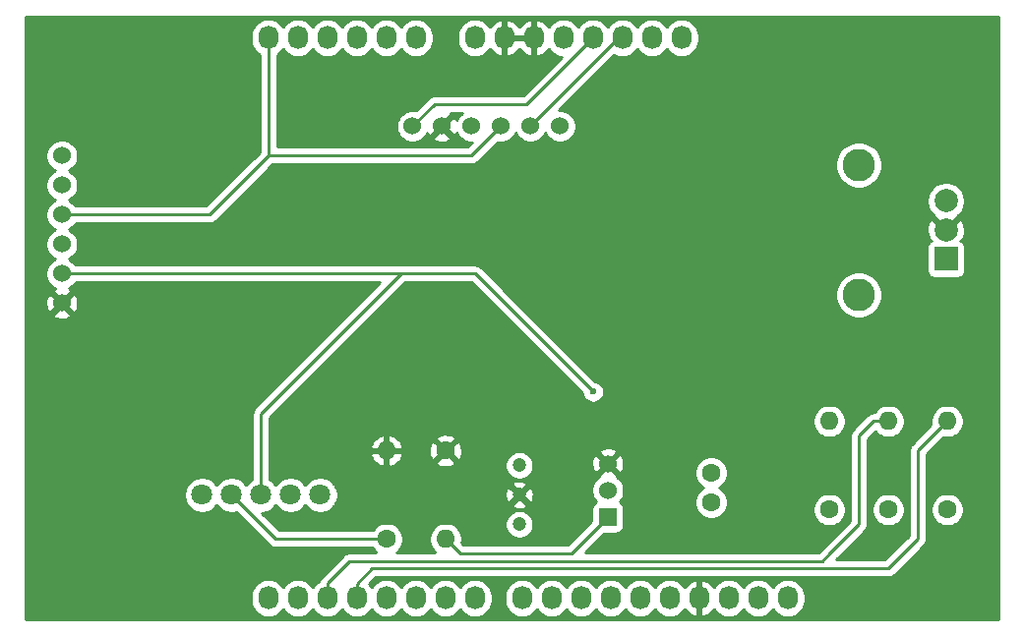
<source format=gbl>
G04 #@! TF.GenerationSoftware,KiCad,Pcbnew,(5.1.6)-1*
G04 #@! TF.CreationDate,2020-07-19T16:04:00+09:00*
G04 #@! TF.ProjectId,AutoIRShield,4175746f-4952-4536-9869-656c642e6b69,Ver1.0*
G04 #@! TF.SameCoordinates,Original*
G04 #@! TF.FileFunction,Copper,L2,Bot*
G04 #@! TF.FilePolarity,Positive*
%FSLAX46Y46*%
G04 Gerber Fmt 4.6, Leading zero omitted, Abs format (unit mm)*
G04 Created by KiCad (PCBNEW (5.1.6)-1) date 2020-07-19 16:04:00*
%MOMM*%
%LPD*%
G01*
G04 APERTURE LIST*
G04 #@! TA.AperFunction,ComponentPad*
%ADD10C,1.524000*%
G04 #@! TD*
G04 #@! TA.AperFunction,ComponentPad*
%ADD11C,1.200000*%
G04 #@! TD*
G04 #@! TA.AperFunction,ComponentPad*
%ADD12R,1.524000X1.524000*%
G04 #@! TD*
G04 #@! TA.AperFunction,ComponentPad*
%ADD13C,1.600000*%
G04 #@! TD*
G04 #@! TA.AperFunction,ComponentPad*
%ADD14C,2.800000*%
G04 #@! TD*
G04 #@! TA.AperFunction,ComponentPad*
%ADD15C,2.000000*%
G04 #@! TD*
G04 #@! TA.AperFunction,ComponentPad*
%ADD16R,2.000000X2.000000*%
G04 #@! TD*
G04 #@! TA.AperFunction,ComponentPad*
%ADD17C,1.800000*%
G04 #@! TD*
G04 #@! TA.AperFunction,ComponentPad*
%ADD18O,1.600000X1.600000*%
G04 #@! TD*
G04 #@! TA.AperFunction,ComponentPad*
%ADD19O,1.727200X2.032000*%
G04 #@! TD*
G04 #@! TA.AperFunction,ViaPad*
%ADD20C,0.600000*%
G04 #@! TD*
G04 #@! TA.AperFunction,Conductor*
%ADD21C,0.250000*%
G04 #@! TD*
G04 #@! TA.AperFunction,Conductor*
%ADD22C,0.254000*%
G04 #@! TD*
G04 APERTURE END LIST*
D10*
X99568000Y-98425000D03*
X99568000Y-90805000D03*
X99568000Y-100965000D03*
X99568000Y-93345000D03*
X99568000Y-88265000D03*
X99568000Y-95885000D03*
X129728000Y-85725000D03*
X132268000Y-85725000D03*
X134808000Y-85725000D03*
X137348000Y-85725000D03*
X139888000Y-85725000D03*
X142428000Y-85725000D03*
D11*
X138938000Y-114935000D03*
X138938000Y-117475000D03*
X138938000Y-120015000D03*
D12*
X146558000Y-119380000D03*
D10*
X146558000Y-117080000D03*
X146558000Y-114780000D03*
D13*
X155448000Y-115570000D03*
X155448000Y-118110000D03*
D14*
X168158000Y-89055000D03*
D15*
X175658000Y-92155000D03*
X175658000Y-94655000D03*
D14*
X168158000Y-100255000D03*
D16*
X175658000Y-97155000D03*
D17*
X121793000Y-117475000D03*
X119253000Y-117475000D03*
X116713000Y-117475000D03*
X114173000Y-117475000D03*
X111633000Y-117475000D03*
D18*
X127508000Y-113665000D03*
D13*
X127508000Y-121285000D03*
D18*
X175768000Y-111125000D03*
D13*
X175768000Y-118745000D03*
D18*
X170688000Y-111125000D03*
D13*
X170688000Y-118745000D03*
D18*
X132588000Y-121285000D03*
D13*
X132588000Y-113665000D03*
D18*
X165608000Y-111125000D03*
D13*
X165608000Y-118745000D03*
D19*
X135128000Y-78105000D03*
X137668000Y-78105000D03*
X140208000Y-78105000D03*
X142748000Y-78105000D03*
X145288000Y-78105000D03*
X147828000Y-78105000D03*
X150368000Y-78105000D03*
X152908000Y-78105000D03*
X117348000Y-78105000D03*
X119888000Y-78105000D03*
X122428000Y-78105000D03*
X124968000Y-78105000D03*
X127508000Y-78105000D03*
X130048000Y-78105000D03*
X139192000Y-126365000D03*
X141732000Y-126365000D03*
X144272000Y-126365000D03*
X146812000Y-126365000D03*
X149352000Y-126365000D03*
X151892000Y-126365000D03*
X154432000Y-126365000D03*
X156972000Y-126365000D03*
X159512000Y-126365000D03*
X162052000Y-126365000D03*
X117348000Y-126365000D03*
X119888000Y-126365000D03*
X122428000Y-126365000D03*
X124968000Y-126365000D03*
X127508000Y-126365000D03*
X130048000Y-126365000D03*
X132588000Y-126365000D03*
X135128000Y-126365000D03*
D20*
X145288000Y-108585000D03*
D21*
X147828000Y-78105000D02*
X147463000Y-78105000D01*
X147508000Y-78105000D02*
X139888000Y-85725000D01*
X147828000Y-78105000D02*
X147508000Y-78105000D01*
X135128000Y-98425000D02*
X145288000Y-108585000D01*
X116713000Y-117475000D02*
X116713000Y-110490000D01*
X116713000Y-110490000D02*
X128778000Y-98425000D01*
X99568000Y-98425000D02*
X128778000Y-98425000D01*
X128778000Y-98425000D02*
X135128000Y-98425000D01*
X105918000Y-93345000D02*
X112268000Y-93345000D01*
X117348000Y-88265000D02*
X117348000Y-78105000D01*
X112268000Y-93345000D02*
X117348000Y-88265000D01*
X134808000Y-88265000D02*
X137348000Y-85725000D01*
X117348000Y-88265000D02*
X134808000Y-88265000D01*
X105918000Y-93345000D02*
X99568000Y-93345000D01*
X132588000Y-121285000D02*
X133827980Y-122524980D01*
X143413020Y-122524980D02*
X146558000Y-119380000D01*
X133827980Y-122524980D02*
X143413020Y-122524980D01*
X131633000Y-83820000D02*
X129728000Y-85725000D01*
X145288000Y-78105000D02*
X139573000Y-83820000D01*
X139573000Y-83820000D02*
X131633000Y-83820000D01*
X117983000Y-121285000D02*
X114173000Y-117475000D01*
X127508000Y-121285000D02*
X117983000Y-121285000D01*
X124968000Y-125099000D02*
X126242000Y-123825000D01*
X124968000Y-126365000D02*
X124968000Y-125099000D01*
X126242000Y-123825000D02*
X170688000Y-123825000D01*
X170688000Y-123825000D02*
X173228000Y-121285000D01*
X173228000Y-113665000D02*
X175768000Y-111125000D01*
X173228000Y-121285000D02*
X173228000Y-113665000D01*
X170688000Y-111125000D02*
X169418000Y-111125000D01*
X168148000Y-112395000D02*
X168148000Y-120015000D01*
X169418000Y-111125000D02*
X168148000Y-112395000D01*
X168148000Y-120015000D02*
X166878000Y-121285000D01*
X122428000Y-125095000D02*
X122428000Y-126365000D01*
X165608000Y-122555000D02*
X166878000Y-121285000D01*
X122428000Y-125095000D02*
X124333000Y-123190000D01*
X125957748Y-123190000D02*
X125972758Y-123174990D01*
X124333000Y-123190000D02*
X125957748Y-123190000D01*
X125972758Y-123174990D02*
X164988010Y-123174990D01*
X165608000Y-122555000D02*
X164988010Y-123174990D01*
D22*
G36*
X180138000Y-128195000D02*
G01*
X96468000Y-128195000D01*
X96468000Y-101930565D01*
X98782040Y-101930565D01*
X98849020Y-102170656D01*
X99098048Y-102287756D01*
X99365135Y-102354023D01*
X99640017Y-102366910D01*
X99912133Y-102325922D01*
X100171023Y-102232636D01*
X100286980Y-102170656D01*
X100353960Y-101930565D01*
X99568000Y-101144605D01*
X98782040Y-101930565D01*
X96468000Y-101930565D01*
X96468000Y-101037017D01*
X98166090Y-101037017D01*
X98207078Y-101309133D01*
X98300364Y-101568023D01*
X98362344Y-101683980D01*
X98602435Y-101750960D01*
X99388395Y-100965000D01*
X99747605Y-100965000D01*
X100533565Y-101750960D01*
X100773656Y-101683980D01*
X100890756Y-101434952D01*
X100957023Y-101167865D01*
X100969910Y-100892983D01*
X100928922Y-100620867D01*
X100835636Y-100361977D01*
X100773656Y-100246020D01*
X100533565Y-100179040D01*
X99747605Y-100965000D01*
X99388395Y-100965000D01*
X98602435Y-100179040D01*
X98362344Y-100246020D01*
X98245244Y-100495048D01*
X98178977Y-100762135D01*
X98166090Y-101037017D01*
X96468000Y-101037017D01*
X96468000Y-88127408D01*
X98171000Y-88127408D01*
X98171000Y-88402592D01*
X98224686Y-88672490D01*
X98329995Y-88926727D01*
X98482880Y-89155535D01*
X98677465Y-89350120D01*
X98906273Y-89503005D01*
X98983515Y-89535000D01*
X98906273Y-89566995D01*
X98677465Y-89719880D01*
X98482880Y-89914465D01*
X98329995Y-90143273D01*
X98224686Y-90397510D01*
X98171000Y-90667408D01*
X98171000Y-90942592D01*
X98224686Y-91212490D01*
X98329995Y-91466727D01*
X98482880Y-91695535D01*
X98677465Y-91890120D01*
X98906273Y-92043005D01*
X98983515Y-92075000D01*
X98906273Y-92106995D01*
X98677465Y-92259880D01*
X98482880Y-92454465D01*
X98329995Y-92683273D01*
X98224686Y-92937510D01*
X98171000Y-93207408D01*
X98171000Y-93482592D01*
X98224686Y-93752490D01*
X98329995Y-94006727D01*
X98482880Y-94235535D01*
X98677465Y-94430120D01*
X98906273Y-94583005D01*
X98983515Y-94615000D01*
X98906273Y-94646995D01*
X98677465Y-94799880D01*
X98482880Y-94994465D01*
X98329995Y-95223273D01*
X98224686Y-95477510D01*
X98171000Y-95747408D01*
X98171000Y-96022592D01*
X98224686Y-96292490D01*
X98329995Y-96546727D01*
X98482880Y-96775535D01*
X98677465Y-96970120D01*
X98906273Y-97123005D01*
X98983515Y-97155000D01*
X98906273Y-97186995D01*
X98677465Y-97339880D01*
X98482880Y-97534465D01*
X98329995Y-97763273D01*
X98224686Y-98017510D01*
X98171000Y-98287408D01*
X98171000Y-98562592D01*
X98224686Y-98832490D01*
X98329995Y-99086727D01*
X98482880Y-99315535D01*
X98677465Y-99510120D01*
X98906273Y-99663005D01*
X98977943Y-99692692D01*
X98964977Y-99697364D01*
X98849020Y-99759344D01*
X98782040Y-99999435D01*
X99568000Y-100785395D01*
X100353960Y-99999435D01*
X100286980Y-99759344D01*
X100151240Y-99695515D01*
X100229727Y-99663005D01*
X100458535Y-99510120D01*
X100653120Y-99315535D01*
X100740341Y-99185000D01*
X126943198Y-99185000D01*
X116201998Y-109926201D01*
X116173000Y-109949999D01*
X116149202Y-109978997D01*
X116149201Y-109978998D01*
X116078026Y-110065724D01*
X116007454Y-110197754D01*
X115977180Y-110297558D01*
X115963998Y-110341014D01*
X115960552Y-110375998D01*
X115949324Y-110490000D01*
X115953001Y-110527332D01*
X115953000Y-116136687D01*
X115734495Y-116282688D01*
X115520688Y-116496495D01*
X115443000Y-116612763D01*
X115365312Y-116496495D01*
X115151505Y-116282688D01*
X114900095Y-116114701D01*
X114620743Y-115998989D01*
X114324184Y-115940000D01*
X114021816Y-115940000D01*
X113725257Y-115998989D01*
X113445905Y-116114701D01*
X113194495Y-116282688D01*
X112980688Y-116496495D01*
X112903000Y-116612763D01*
X112825312Y-116496495D01*
X112611505Y-116282688D01*
X112360095Y-116114701D01*
X112080743Y-115998989D01*
X111784184Y-115940000D01*
X111481816Y-115940000D01*
X111185257Y-115998989D01*
X110905905Y-116114701D01*
X110654495Y-116282688D01*
X110440688Y-116496495D01*
X110272701Y-116747905D01*
X110156989Y-117027257D01*
X110098000Y-117323816D01*
X110098000Y-117626184D01*
X110156989Y-117922743D01*
X110272701Y-118202095D01*
X110440688Y-118453505D01*
X110654495Y-118667312D01*
X110905905Y-118835299D01*
X111185257Y-118951011D01*
X111481816Y-119010000D01*
X111784184Y-119010000D01*
X112080743Y-118951011D01*
X112360095Y-118835299D01*
X112611505Y-118667312D01*
X112825312Y-118453505D01*
X112903000Y-118337237D01*
X112980688Y-118453505D01*
X113194495Y-118667312D01*
X113445905Y-118835299D01*
X113725257Y-118951011D01*
X114021816Y-119010000D01*
X114324184Y-119010000D01*
X114581930Y-118958731D01*
X117419200Y-121796002D01*
X117442999Y-121825001D01*
X117558724Y-121919974D01*
X117690753Y-121990546D01*
X117834014Y-122034003D01*
X117945667Y-122045000D01*
X117945675Y-122045000D01*
X117983000Y-122048676D01*
X118020325Y-122045000D01*
X126289957Y-122045000D01*
X126393363Y-122199759D01*
X126593241Y-122399637D01*
X126616218Y-122414990D01*
X126010080Y-122414990D01*
X125972757Y-122411314D01*
X125935435Y-122414990D01*
X125935425Y-122414990D01*
X125823772Y-122425987D01*
X125810543Y-122430000D01*
X124370323Y-122430000D01*
X124333000Y-122426324D01*
X124295677Y-122430000D01*
X124295667Y-122430000D01*
X124184014Y-122440997D01*
X124040753Y-122484454D01*
X123908724Y-122555026D01*
X123792999Y-122649999D01*
X123769201Y-122678997D01*
X121917003Y-124531196D01*
X121887999Y-124554999D01*
X121832871Y-124622174D01*
X121793026Y-124670724D01*
X121790888Y-124674724D01*
X121722454Y-124802754D01*
X121690694Y-124907454D01*
X121591395Y-124960531D01*
X121363203Y-125147803D01*
X121175931Y-125375994D01*
X121158000Y-125409541D01*
X121140069Y-125375994D01*
X120952797Y-125147803D01*
X120724606Y-124960531D01*
X120464264Y-124821375D01*
X120181777Y-124735684D01*
X119888000Y-124706749D01*
X119594224Y-124735684D01*
X119311737Y-124821375D01*
X119051395Y-124960531D01*
X118823203Y-125147803D01*
X118635931Y-125375994D01*
X118618000Y-125409541D01*
X118600069Y-125375994D01*
X118412797Y-125147803D01*
X118184606Y-124960531D01*
X117924264Y-124821375D01*
X117641777Y-124735684D01*
X117348000Y-124706749D01*
X117054224Y-124735684D01*
X116771737Y-124821375D01*
X116511395Y-124960531D01*
X116283203Y-125147803D01*
X116095931Y-125375994D01*
X115956775Y-125636336D01*
X115871084Y-125918823D01*
X115849400Y-126138981D01*
X115849400Y-126591018D01*
X115871084Y-126811176D01*
X115956775Y-127093663D01*
X116095931Y-127354005D01*
X116283203Y-127582197D01*
X116511394Y-127769469D01*
X116771736Y-127908625D01*
X117054223Y-127994316D01*
X117348000Y-128023251D01*
X117641776Y-127994316D01*
X117924263Y-127908625D01*
X118184605Y-127769469D01*
X118412797Y-127582197D01*
X118600069Y-127354006D01*
X118618000Y-127320459D01*
X118635931Y-127354005D01*
X118823203Y-127582197D01*
X119051394Y-127769469D01*
X119311736Y-127908625D01*
X119594223Y-127994316D01*
X119888000Y-128023251D01*
X120181776Y-127994316D01*
X120464263Y-127908625D01*
X120724605Y-127769469D01*
X120952797Y-127582197D01*
X121140069Y-127354006D01*
X121158000Y-127320459D01*
X121175931Y-127354005D01*
X121363203Y-127582197D01*
X121591394Y-127769469D01*
X121851736Y-127908625D01*
X122134223Y-127994316D01*
X122428000Y-128023251D01*
X122721776Y-127994316D01*
X123004263Y-127908625D01*
X123264605Y-127769469D01*
X123492797Y-127582197D01*
X123680069Y-127354006D01*
X123698000Y-127320459D01*
X123715931Y-127354005D01*
X123903203Y-127582197D01*
X124131394Y-127769469D01*
X124391736Y-127908625D01*
X124674223Y-127994316D01*
X124968000Y-128023251D01*
X125261776Y-127994316D01*
X125544263Y-127908625D01*
X125804605Y-127769469D01*
X126032797Y-127582197D01*
X126220069Y-127354006D01*
X126238000Y-127320459D01*
X126255931Y-127354005D01*
X126443203Y-127582197D01*
X126671394Y-127769469D01*
X126931736Y-127908625D01*
X127214223Y-127994316D01*
X127508000Y-128023251D01*
X127801776Y-127994316D01*
X128084263Y-127908625D01*
X128344605Y-127769469D01*
X128572797Y-127582197D01*
X128760069Y-127354006D01*
X128778000Y-127320459D01*
X128795931Y-127354005D01*
X128983203Y-127582197D01*
X129211394Y-127769469D01*
X129471736Y-127908625D01*
X129754223Y-127994316D01*
X130048000Y-128023251D01*
X130341776Y-127994316D01*
X130624263Y-127908625D01*
X130884605Y-127769469D01*
X131112797Y-127582197D01*
X131300069Y-127354006D01*
X131318000Y-127320459D01*
X131335931Y-127354005D01*
X131523203Y-127582197D01*
X131751394Y-127769469D01*
X132011736Y-127908625D01*
X132294223Y-127994316D01*
X132588000Y-128023251D01*
X132881776Y-127994316D01*
X133164263Y-127908625D01*
X133424605Y-127769469D01*
X133652797Y-127582197D01*
X133840069Y-127354006D01*
X133858000Y-127320459D01*
X133875931Y-127354005D01*
X134063203Y-127582197D01*
X134291394Y-127769469D01*
X134551736Y-127908625D01*
X134834223Y-127994316D01*
X135128000Y-128023251D01*
X135421776Y-127994316D01*
X135704263Y-127908625D01*
X135964605Y-127769469D01*
X136192797Y-127582197D01*
X136380069Y-127354006D01*
X136519225Y-127093664D01*
X136604916Y-126811177D01*
X136626600Y-126591019D01*
X136626600Y-126138982D01*
X136626600Y-126138981D01*
X137693400Y-126138981D01*
X137693400Y-126591018D01*
X137715084Y-126811176D01*
X137800775Y-127093663D01*
X137939931Y-127354005D01*
X138127203Y-127582197D01*
X138355394Y-127769469D01*
X138615736Y-127908625D01*
X138898223Y-127994316D01*
X139192000Y-128023251D01*
X139485776Y-127994316D01*
X139768263Y-127908625D01*
X140028605Y-127769469D01*
X140256797Y-127582197D01*
X140444069Y-127354006D01*
X140462000Y-127320459D01*
X140479931Y-127354005D01*
X140667203Y-127582197D01*
X140895394Y-127769469D01*
X141155736Y-127908625D01*
X141438223Y-127994316D01*
X141732000Y-128023251D01*
X142025776Y-127994316D01*
X142308263Y-127908625D01*
X142568605Y-127769469D01*
X142796797Y-127582197D01*
X142984069Y-127354006D01*
X143002000Y-127320459D01*
X143019931Y-127354005D01*
X143207203Y-127582197D01*
X143435394Y-127769469D01*
X143695736Y-127908625D01*
X143978223Y-127994316D01*
X144272000Y-128023251D01*
X144565776Y-127994316D01*
X144848263Y-127908625D01*
X145108605Y-127769469D01*
X145336797Y-127582197D01*
X145524069Y-127354006D01*
X145542000Y-127320459D01*
X145559931Y-127354005D01*
X145747203Y-127582197D01*
X145975394Y-127769469D01*
X146235736Y-127908625D01*
X146518223Y-127994316D01*
X146812000Y-128023251D01*
X147105776Y-127994316D01*
X147388263Y-127908625D01*
X147648605Y-127769469D01*
X147876797Y-127582197D01*
X148064069Y-127354006D01*
X148082000Y-127320459D01*
X148099931Y-127354005D01*
X148287203Y-127582197D01*
X148515394Y-127769469D01*
X148775736Y-127908625D01*
X149058223Y-127994316D01*
X149352000Y-128023251D01*
X149645776Y-127994316D01*
X149928263Y-127908625D01*
X150188605Y-127769469D01*
X150416797Y-127582197D01*
X150604069Y-127354006D01*
X150622000Y-127320459D01*
X150639931Y-127354005D01*
X150827203Y-127582197D01*
X151055394Y-127769469D01*
X151315736Y-127908625D01*
X151598223Y-127994316D01*
X151892000Y-128023251D01*
X152185776Y-127994316D01*
X152468263Y-127908625D01*
X152728605Y-127769469D01*
X152956797Y-127582197D01*
X153144069Y-127354006D01*
X153165424Y-127314053D01*
X153313514Y-127516729D01*
X153529965Y-127715733D01*
X153781081Y-127868686D01*
X154057211Y-127969709D01*
X154072974Y-127972358D01*
X154305000Y-127851217D01*
X154305000Y-126492000D01*
X154285000Y-126492000D01*
X154285000Y-126238000D01*
X154305000Y-126238000D01*
X154305000Y-124878783D01*
X154559000Y-124878783D01*
X154559000Y-126238000D01*
X154579000Y-126238000D01*
X154579000Y-126492000D01*
X154559000Y-126492000D01*
X154559000Y-127851217D01*
X154791026Y-127972358D01*
X154806789Y-127969709D01*
X155082919Y-127868686D01*
X155334035Y-127715733D01*
X155550486Y-127516729D01*
X155698576Y-127314053D01*
X155719931Y-127354005D01*
X155907203Y-127582197D01*
X156135394Y-127769469D01*
X156395736Y-127908625D01*
X156678223Y-127994316D01*
X156972000Y-128023251D01*
X157265776Y-127994316D01*
X157548263Y-127908625D01*
X157808605Y-127769469D01*
X158036797Y-127582197D01*
X158224069Y-127354006D01*
X158242000Y-127320459D01*
X158259931Y-127354005D01*
X158447203Y-127582197D01*
X158675394Y-127769469D01*
X158935736Y-127908625D01*
X159218223Y-127994316D01*
X159512000Y-128023251D01*
X159805776Y-127994316D01*
X160088263Y-127908625D01*
X160348605Y-127769469D01*
X160576797Y-127582197D01*
X160764069Y-127354006D01*
X160782000Y-127320459D01*
X160799931Y-127354005D01*
X160987203Y-127582197D01*
X161215394Y-127769469D01*
X161475736Y-127908625D01*
X161758223Y-127994316D01*
X162052000Y-128023251D01*
X162345776Y-127994316D01*
X162628263Y-127908625D01*
X162888605Y-127769469D01*
X163116797Y-127582197D01*
X163304069Y-127354006D01*
X163443225Y-127093664D01*
X163528916Y-126811177D01*
X163550600Y-126591019D01*
X163550600Y-126138982D01*
X163528916Y-125918824D01*
X163443225Y-125636337D01*
X163304069Y-125375994D01*
X163116797Y-125147803D01*
X162888606Y-124960531D01*
X162628264Y-124821375D01*
X162345777Y-124735684D01*
X162052000Y-124706749D01*
X161758224Y-124735684D01*
X161475737Y-124821375D01*
X161215395Y-124960531D01*
X160987203Y-125147803D01*
X160799931Y-125375994D01*
X160782000Y-125409541D01*
X160764069Y-125375994D01*
X160576797Y-125147803D01*
X160348606Y-124960531D01*
X160088264Y-124821375D01*
X159805777Y-124735684D01*
X159512000Y-124706749D01*
X159218224Y-124735684D01*
X158935737Y-124821375D01*
X158675395Y-124960531D01*
X158447203Y-125147803D01*
X158259931Y-125375994D01*
X158242000Y-125409541D01*
X158224069Y-125375994D01*
X158036797Y-125147803D01*
X157808606Y-124960531D01*
X157548264Y-124821375D01*
X157265777Y-124735684D01*
X156972000Y-124706749D01*
X156678224Y-124735684D01*
X156395737Y-124821375D01*
X156135395Y-124960531D01*
X155907203Y-125147803D01*
X155719931Y-125375994D01*
X155698576Y-125415947D01*
X155550486Y-125213271D01*
X155334035Y-125014267D01*
X155082919Y-124861314D01*
X154806789Y-124760291D01*
X154791026Y-124757642D01*
X154559000Y-124878783D01*
X154305000Y-124878783D01*
X154072974Y-124757642D01*
X154057211Y-124760291D01*
X153781081Y-124861314D01*
X153529965Y-125014267D01*
X153313514Y-125213271D01*
X153165424Y-125415947D01*
X153144069Y-125375994D01*
X152956797Y-125147803D01*
X152728606Y-124960531D01*
X152468264Y-124821375D01*
X152185777Y-124735684D01*
X151892000Y-124706749D01*
X151598224Y-124735684D01*
X151315737Y-124821375D01*
X151055395Y-124960531D01*
X150827203Y-125147803D01*
X150639931Y-125375994D01*
X150622000Y-125409541D01*
X150604069Y-125375994D01*
X150416797Y-125147803D01*
X150188606Y-124960531D01*
X149928264Y-124821375D01*
X149645777Y-124735684D01*
X149352000Y-124706749D01*
X149058224Y-124735684D01*
X148775737Y-124821375D01*
X148515395Y-124960531D01*
X148287203Y-125147803D01*
X148099931Y-125375994D01*
X148082000Y-125409541D01*
X148064069Y-125375994D01*
X147876797Y-125147803D01*
X147648606Y-124960531D01*
X147388264Y-124821375D01*
X147105777Y-124735684D01*
X146812000Y-124706749D01*
X146518224Y-124735684D01*
X146235737Y-124821375D01*
X145975395Y-124960531D01*
X145747203Y-125147803D01*
X145559931Y-125375994D01*
X145542000Y-125409541D01*
X145524069Y-125375994D01*
X145336797Y-125147803D01*
X145108606Y-124960531D01*
X144848264Y-124821375D01*
X144565777Y-124735684D01*
X144272000Y-124706749D01*
X143978224Y-124735684D01*
X143695737Y-124821375D01*
X143435395Y-124960531D01*
X143207203Y-125147803D01*
X143019931Y-125375994D01*
X143002000Y-125409541D01*
X142984069Y-125375994D01*
X142796797Y-125147803D01*
X142568606Y-124960531D01*
X142308264Y-124821375D01*
X142025777Y-124735684D01*
X141732000Y-124706749D01*
X141438224Y-124735684D01*
X141155737Y-124821375D01*
X140895395Y-124960531D01*
X140667203Y-125147803D01*
X140479931Y-125375994D01*
X140462000Y-125409541D01*
X140444069Y-125375994D01*
X140256797Y-125147803D01*
X140028606Y-124960531D01*
X139768264Y-124821375D01*
X139485777Y-124735684D01*
X139192000Y-124706749D01*
X138898224Y-124735684D01*
X138615737Y-124821375D01*
X138355395Y-124960531D01*
X138127203Y-125147803D01*
X137939931Y-125375994D01*
X137800775Y-125636336D01*
X137715084Y-125918823D01*
X137693400Y-126138981D01*
X136626600Y-126138981D01*
X136604916Y-125918824D01*
X136519225Y-125636337D01*
X136380069Y-125375994D01*
X136192797Y-125147803D01*
X135964606Y-124960531D01*
X135704264Y-124821375D01*
X135421777Y-124735684D01*
X135128000Y-124706749D01*
X134834224Y-124735684D01*
X134551737Y-124821375D01*
X134291395Y-124960531D01*
X134063203Y-125147803D01*
X133875931Y-125375994D01*
X133858000Y-125409541D01*
X133840069Y-125375994D01*
X133652797Y-125147803D01*
X133424606Y-124960531D01*
X133164264Y-124821375D01*
X132881777Y-124735684D01*
X132588000Y-124706749D01*
X132294224Y-124735684D01*
X132011737Y-124821375D01*
X131751395Y-124960531D01*
X131523203Y-125147803D01*
X131335931Y-125375994D01*
X131318000Y-125409541D01*
X131300069Y-125375994D01*
X131112797Y-125147803D01*
X130884606Y-124960531D01*
X130624264Y-124821375D01*
X130341777Y-124735684D01*
X130048000Y-124706749D01*
X129754224Y-124735684D01*
X129471737Y-124821375D01*
X129211395Y-124960531D01*
X128983203Y-125147803D01*
X128795931Y-125375994D01*
X128778000Y-125409541D01*
X128760069Y-125375994D01*
X128572797Y-125147803D01*
X128344606Y-124960531D01*
X128084264Y-124821375D01*
X127801777Y-124735684D01*
X127508000Y-124706749D01*
X127214224Y-124735684D01*
X126931737Y-124821375D01*
X126671395Y-124960531D01*
X126443203Y-125147803D01*
X126255931Y-125375994D01*
X126238000Y-125409541D01*
X126220069Y-125375994D01*
X126032797Y-125147803D01*
X126011487Y-125130314D01*
X126556802Y-124585000D01*
X170650678Y-124585000D01*
X170688000Y-124588676D01*
X170725322Y-124585000D01*
X170725333Y-124585000D01*
X170836986Y-124574003D01*
X170980247Y-124530546D01*
X171112276Y-124459974D01*
X171228001Y-124365001D01*
X171251804Y-124335997D01*
X173739009Y-121848794D01*
X173768001Y-121825001D01*
X173791795Y-121796008D01*
X173791799Y-121796004D01*
X173862973Y-121709277D01*
X173862974Y-121709276D01*
X173933546Y-121577247D01*
X173977003Y-121433986D01*
X173988000Y-121322333D01*
X173988000Y-121322324D01*
X173991676Y-121285001D01*
X173988000Y-121247678D01*
X173988000Y-118603665D01*
X174333000Y-118603665D01*
X174333000Y-118886335D01*
X174388147Y-119163574D01*
X174496320Y-119424727D01*
X174653363Y-119659759D01*
X174853241Y-119859637D01*
X175088273Y-120016680D01*
X175349426Y-120124853D01*
X175626665Y-120180000D01*
X175909335Y-120180000D01*
X176186574Y-120124853D01*
X176447727Y-120016680D01*
X176682759Y-119859637D01*
X176882637Y-119659759D01*
X177039680Y-119424727D01*
X177147853Y-119163574D01*
X177203000Y-118886335D01*
X177203000Y-118603665D01*
X177147853Y-118326426D01*
X177039680Y-118065273D01*
X176882637Y-117830241D01*
X176682759Y-117630363D01*
X176447727Y-117473320D01*
X176186574Y-117365147D01*
X175909335Y-117310000D01*
X175626665Y-117310000D01*
X175349426Y-117365147D01*
X175088273Y-117473320D01*
X174853241Y-117630363D01*
X174653363Y-117830241D01*
X174496320Y-118065273D01*
X174388147Y-118326426D01*
X174333000Y-118603665D01*
X173988000Y-118603665D01*
X173988000Y-113979801D01*
X175444114Y-112523688D01*
X175626665Y-112560000D01*
X175909335Y-112560000D01*
X176186574Y-112504853D01*
X176447727Y-112396680D01*
X176682759Y-112239637D01*
X176882637Y-112039759D01*
X177039680Y-111804727D01*
X177147853Y-111543574D01*
X177203000Y-111266335D01*
X177203000Y-110983665D01*
X177147853Y-110706426D01*
X177039680Y-110445273D01*
X176882637Y-110210241D01*
X176682759Y-110010363D01*
X176447727Y-109853320D01*
X176186574Y-109745147D01*
X175909335Y-109690000D01*
X175626665Y-109690000D01*
X175349426Y-109745147D01*
X175088273Y-109853320D01*
X174853241Y-110010363D01*
X174653363Y-110210241D01*
X174496320Y-110445273D01*
X174388147Y-110706426D01*
X174333000Y-110983665D01*
X174333000Y-111266335D01*
X174369312Y-111448886D01*
X172716998Y-113101201D01*
X172688000Y-113124999D01*
X172664202Y-113153997D01*
X172664201Y-113153998D01*
X172593026Y-113240724D01*
X172522454Y-113372754D01*
X172478998Y-113516015D01*
X172464324Y-113665000D01*
X172468001Y-113702332D01*
X172468000Y-120970197D01*
X170373199Y-123065000D01*
X166172801Y-123065000D01*
X167441799Y-121796003D01*
X167441803Y-121795998D01*
X168659003Y-120578799D01*
X168688001Y-120555001D01*
X168782974Y-120439276D01*
X168853546Y-120307247D01*
X168897003Y-120163986D01*
X168908000Y-120052333D01*
X168908000Y-120052324D01*
X168911676Y-120015001D01*
X168908000Y-119977678D01*
X168908000Y-118603665D01*
X169253000Y-118603665D01*
X169253000Y-118886335D01*
X169308147Y-119163574D01*
X169416320Y-119424727D01*
X169573363Y-119659759D01*
X169773241Y-119859637D01*
X170008273Y-120016680D01*
X170269426Y-120124853D01*
X170546665Y-120180000D01*
X170829335Y-120180000D01*
X171106574Y-120124853D01*
X171367727Y-120016680D01*
X171602759Y-119859637D01*
X171802637Y-119659759D01*
X171959680Y-119424727D01*
X172067853Y-119163574D01*
X172123000Y-118886335D01*
X172123000Y-118603665D01*
X172067853Y-118326426D01*
X171959680Y-118065273D01*
X171802637Y-117830241D01*
X171602759Y-117630363D01*
X171367727Y-117473320D01*
X171106574Y-117365147D01*
X170829335Y-117310000D01*
X170546665Y-117310000D01*
X170269426Y-117365147D01*
X170008273Y-117473320D01*
X169773241Y-117630363D01*
X169573363Y-117830241D01*
X169416320Y-118065273D01*
X169308147Y-118326426D01*
X169253000Y-118603665D01*
X168908000Y-118603665D01*
X168908000Y-112709801D01*
X169575703Y-112042099D01*
X169773241Y-112239637D01*
X170008273Y-112396680D01*
X170269426Y-112504853D01*
X170546665Y-112560000D01*
X170829335Y-112560000D01*
X171106574Y-112504853D01*
X171367727Y-112396680D01*
X171602759Y-112239637D01*
X171802637Y-112039759D01*
X171959680Y-111804727D01*
X172067853Y-111543574D01*
X172123000Y-111266335D01*
X172123000Y-110983665D01*
X172067853Y-110706426D01*
X171959680Y-110445273D01*
X171802637Y-110210241D01*
X171602759Y-110010363D01*
X171367727Y-109853320D01*
X171106574Y-109745147D01*
X170829335Y-109690000D01*
X170546665Y-109690000D01*
X170269426Y-109745147D01*
X170008273Y-109853320D01*
X169773241Y-110010363D01*
X169573363Y-110210241D01*
X169469957Y-110365000D01*
X169455322Y-110365000D01*
X169417999Y-110361324D01*
X169380676Y-110365000D01*
X169380667Y-110365000D01*
X169269014Y-110375997D01*
X169125753Y-110419454D01*
X168993724Y-110490026D01*
X168877999Y-110584999D01*
X168854201Y-110613997D01*
X167637003Y-111831196D01*
X167607999Y-111854999D01*
X167552871Y-111922174D01*
X167513026Y-111970724D01*
X167476126Y-112039759D01*
X167442454Y-112102754D01*
X167398997Y-112246015D01*
X167388000Y-112357668D01*
X167388000Y-112357678D01*
X167384324Y-112395000D01*
X167388000Y-112432322D01*
X167388001Y-119700197D01*
X166367002Y-120721197D01*
X166366997Y-120721201D01*
X165097002Y-121991197D01*
X165096997Y-121991201D01*
X164673209Y-122414990D01*
X144597811Y-122414990D01*
X146232730Y-120780072D01*
X147320000Y-120780072D01*
X147444482Y-120767812D01*
X147564180Y-120731502D01*
X147674494Y-120672537D01*
X147771185Y-120593185D01*
X147850537Y-120496494D01*
X147909502Y-120386180D01*
X147945812Y-120266482D01*
X147958072Y-120142000D01*
X147958072Y-118618000D01*
X147945812Y-118493518D01*
X147909502Y-118373820D01*
X147850537Y-118263506D01*
X147771185Y-118166815D01*
X147674494Y-118087463D01*
X147577850Y-118035805D01*
X147643120Y-117970535D01*
X147796005Y-117741727D01*
X147901314Y-117487490D01*
X147955000Y-117217592D01*
X147955000Y-116942408D01*
X147901314Y-116672510D01*
X147796005Y-116418273D01*
X147643120Y-116189465D01*
X147448535Y-115994880D01*
X147301766Y-115896812D01*
X147343960Y-115745565D01*
X146558000Y-114959605D01*
X145772040Y-115745565D01*
X145814234Y-115896812D01*
X145667465Y-115994880D01*
X145472880Y-116189465D01*
X145319995Y-116418273D01*
X145214686Y-116672510D01*
X145161000Y-116942408D01*
X145161000Y-117217592D01*
X145214686Y-117487490D01*
X145319995Y-117741727D01*
X145472880Y-117970535D01*
X145538150Y-118035805D01*
X145441506Y-118087463D01*
X145344815Y-118166815D01*
X145265463Y-118263506D01*
X145206498Y-118373820D01*
X145170188Y-118493518D01*
X145157928Y-118618000D01*
X145157928Y-119705270D01*
X143098219Y-121764980D01*
X134142782Y-121764980D01*
X133986688Y-121608886D01*
X134023000Y-121426335D01*
X134023000Y-121143665D01*
X133967853Y-120866426D01*
X133859680Y-120605273D01*
X133702637Y-120370241D01*
X133502759Y-120170363D01*
X133267727Y-120013320D01*
X133006574Y-119905147D01*
X132947333Y-119893363D01*
X137703000Y-119893363D01*
X137703000Y-120136637D01*
X137750460Y-120375236D01*
X137843557Y-120599992D01*
X137978713Y-120802267D01*
X138150733Y-120974287D01*
X138353008Y-121109443D01*
X138577764Y-121202540D01*
X138816363Y-121250000D01*
X139059637Y-121250000D01*
X139298236Y-121202540D01*
X139522992Y-121109443D01*
X139725267Y-120974287D01*
X139897287Y-120802267D01*
X140032443Y-120599992D01*
X140125540Y-120375236D01*
X140173000Y-120136637D01*
X140173000Y-119893363D01*
X140125540Y-119654764D01*
X140032443Y-119430008D01*
X139897287Y-119227733D01*
X139725267Y-119055713D01*
X139522992Y-118920557D01*
X139298236Y-118827460D01*
X139059637Y-118780000D01*
X138816363Y-118780000D01*
X138577764Y-118827460D01*
X138353008Y-118920557D01*
X138150733Y-119055713D01*
X137978713Y-119227733D01*
X137843557Y-119430008D01*
X137750460Y-119654764D01*
X137703000Y-119893363D01*
X132947333Y-119893363D01*
X132729335Y-119850000D01*
X132446665Y-119850000D01*
X132169426Y-119905147D01*
X131908273Y-120013320D01*
X131673241Y-120170363D01*
X131473363Y-120370241D01*
X131316320Y-120605273D01*
X131208147Y-120866426D01*
X131153000Y-121143665D01*
X131153000Y-121426335D01*
X131208147Y-121703574D01*
X131316320Y-121964727D01*
X131473363Y-122199759D01*
X131673241Y-122399637D01*
X131696218Y-122414990D01*
X128399782Y-122414990D01*
X128422759Y-122399637D01*
X128622637Y-122199759D01*
X128779680Y-121964727D01*
X128887853Y-121703574D01*
X128943000Y-121426335D01*
X128943000Y-121143665D01*
X128887853Y-120866426D01*
X128779680Y-120605273D01*
X128622637Y-120370241D01*
X128422759Y-120170363D01*
X128187727Y-120013320D01*
X127926574Y-119905147D01*
X127649335Y-119850000D01*
X127366665Y-119850000D01*
X127089426Y-119905147D01*
X126828273Y-120013320D01*
X126593241Y-120170363D01*
X126393363Y-120370241D01*
X126289957Y-120525000D01*
X118297802Y-120525000D01*
X116782802Y-119010000D01*
X116864184Y-119010000D01*
X117160743Y-118951011D01*
X117440095Y-118835299D01*
X117691505Y-118667312D01*
X117905312Y-118453505D01*
X117983000Y-118337237D01*
X118060688Y-118453505D01*
X118274495Y-118667312D01*
X118525905Y-118835299D01*
X118805257Y-118951011D01*
X119101816Y-119010000D01*
X119404184Y-119010000D01*
X119700743Y-118951011D01*
X119980095Y-118835299D01*
X120231505Y-118667312D01*
X120445312Y-118453505D01*
X120523000Y-118337237D01*
X120600688Y-118453505D01*
X120814495Y-118667312D01*
X121065905Y-118835299D01*
X121345257Y-118951011D01*
X121641816Y-119010000D01*
X121944184Y-119010000D01*
X122240743Y-118951011D01*
X122520095Y-118835299D01*
X122771505Y-118667312D01*
X122985312Y-118453505D01*
X123071334Y-118324764D01*
X138267841Y-118324764D01*
X138315148Y-118548348D01*
X138536516Y-118649237D01*
X138773313Y-118705000D01*
X139016438Y-118713495D01*
X139256549Y-118674395D01*
X139484418Y-118589202D01*
X139560852Y-118548348D01*
X139608159Y-118324764D01*
X138938000Y-117654605D01*
X138267841Y-118324764D01*
X123071334Y-118324764D01*
X123153299Y-118202095D01*
X123269011Y-117922743D01*
X123328000Y-117626184D01*
X123328000Y-117553438D01*
X137699505Y-117553438D01*
X137738605Y-117793549D01*
X137823798Y-118021418D01*
X137864652Y-118097852D01*
X138088236Y-118145159D01*
X138758395Y-117475000D01*
X139117605Y-117475000D01*
X139787764Y-118145159D01*
X140011348Y-118097852D01*
X140112237Y-117876484D01*
X140168000Y-117639687D01*
X140176495Y-117396562D01*
X140137395Y-117156451D01*
X140052202Y-116928582D01*
X140011348Y-116852148D01*
X139787764Y-116804841D01*
X139117605Y-117475000D01*
X138758395Y-117475000D01*
X138088236Y-116804841D01*
X137864652Y-116852148D01*
X137763763Y-117073516D01*
X137708000Y-117310313D01*
X137699505Y-117553438D01*
X123328000Y-117553438D01*
X123328000Y-117323816D01*
X123269011Y-117027257D01*
X123153299Y-116747905D01*
X123071335Y-116625236D01*
X138267841Y-116625236D01*
X138938000Y-117295395D01*
X139608159Y-116625236D01*
X139560852Y-116401652D01*
X139339484Y-116300763D01*
X139102687Y-116245000D01*
X138859562Y-116236505D01*
X138619451Y-116275605D01*
X138391582Y-116360798D01*
X138315148Y-116401652D01*
X138267841Y-116625236D01*
X123071335Y-116625236D01*
X122985312Y-116496495D01*
X122771505Y-116282688D01*
X122520095Y-116114701D01*
X122240743Y-115998989D01*
X121944184Y-115940000D01*
X121641816Y-115940000D01*
X121345257Y-115998989D01*
X121065905Y-116114701D01*
X120814495Y-116282688D01*
X120600688Y-116496495D01*
X120523000Y-116612763D01*
X120445312Y-116496495D01*
X120231505Y-116282688D01*
X119980095Y-116114701D01*
X119700743Y-115998989D01*
X119404184Y-115940000D01*
X119101816Y-115940000D01*
X118805257Y-115998989D01*
X118525905Y-116114701D01*
X118274495Y-116282688D01*
X118060688Y-116496495D01*
X117983000Y-116612763D01*
X117905312Y-116496495D01*
X117691505Y-116282688D01*
X117473000Y-116136687D01*
X117473000Y-114014040D01*
X126116091Y-114014040D01*
X126210930Y-114278881D01*
X126355615Y-114520131D01*
X126544586Y-114728519D01*
X126770580Y-114896037D01*
X127024913Y-115016246D01*
X127158961Y-115056904D01*
X127381000Y-114934915D01*
X127381000Y-113792000D01*
X127635000Y-113792000D01*
X127635000Y-114934915D01*
X127857039Y-115056904D01*
X127991087Y-115016246D01*
X128245420Y-114896037D01*
X128471414Y-114728519D01*
X128535632Y-114657702D01*
X131774903Y-114657702D01*
X131846486Y-114901671D01*
X132101996Y-115022571D01*
X132376184Y-115091300D01*
X132658512Y-115105217D01*
X132938130Y-115063787D01*
X133204292Y-114968603D01*
X133329514Y-114901671D01*
X133355424Y-114813363D01*
X137703000Y-114813363D01*
X137703000Y-115056637D01*
X137750460Y-115295236D01*
X137843557Y-115519992D01*
X137978713Y-115722267D01*
X138150733Y-115894287D01*
X138353008Y-116029443D01*
X138577764Y-116122540D01*
X138816363Y-116170000D01*
X139059637Y-116170000D01*
X139298236Y-116122540D01*
X139522992Y-116029443D01*
X139725267Y-115894287D01*
X139897287Y-115722267D01*
X140032443Y-115519992D01*
X140125540Y-115295236D01*
X140173000Y-115056637D01*
X140173000Y-114852017D01*
X145156090Y-114852017D01*
X145197078Y-115124133D01*
X145290364Y-115383023D01*
X145352344Y-115498980D01*
X145592435Y-115565960D01*
X146378395Y-114780000D01*
X146737605Y-114780000D01*
X147523565Y-115565960D01*
X147763656Y-115498980D01*
X147796720Y-115428665D01*
X154013000Y-115428665D01*
X154013000Y-115711335D01*
X154068147Y-115988574D01*
X154176320Y-116249727D01*
X154333363Y-116484759D01*
X154533241Y-116684637D01*
X154765759Y-116840000D01*
X154533241Y-116995363D01*
X154333363Y-117195241D01*
X154176320Y-117430273D01*
X154068147Y-117691426D01*
X154013000Y-117968665D01*
X154013000Y-118251335D01*
X154068147Y-118528574D01*
X154176320Y-118789727D01*
X154333363Y-119024759D01*
X154533241Y-119224637D01*
X154768273Y-119381680D01*
X155029426Y-119489853D01*
X155306665Y-119545000D01*
X155589335Y-119545000D01*
X155866574Y-119489853D01*
X156127727Y-119381680D01*
X156362759Y-119224637D01*
X156562637Y-119024759D01*
X156719680Y-118789727D01*
X156796749Y-118603665D01*
X164173000Y-118603665D01*
X164173000Y-118886335D01*
X164228147Y-119163574D01*
X164336320Y-119424727D01*
X164493363Y-119659759D01*
X164693241Y-119859637D01*
X164928273Y-120016680D01*
X165189426Y-120124853D01*
X165466665Y-120180000D01*
X165749335Y-120180000D01*
X166026574Y-120124853D01*
X166287727Y-120016680D01*
X166522759Y-119859637D01*
X166722637Y-119659759D01*
X166879680Y-119424727D01*
X166987853Y-119163574D01*
X167043000Y-118886335D01*
X167043000Y-118603665D01*
X166987853Y-118326426D01*
X166879680Y-118065273D01*
X166722637Y-117830241D01*
X166522759Y-117630363D01*
X166287727Y-117473320D01*
X166026574Y-117365147D01*
X165749335Y-117310000D01*
X165466665Y-117310000D01*
X165189426Y-117365147D01*
X164928273Y-117473320D01*
X164693241Y-117630363D01*
X164493363Y-117830241D01*
X164336320Y-118065273D01*
X164228147Y-118326426D01*
X164173000Y-118603665D01*
X156796749Y-118603665D01*
X156827853Y-118528574D01*
X156883000Y-118251335D01*
X156883000Y-117968665D01*
X156827853Y-117691426D01*
X156719680Y-117430273D01*
X156562637Y-117195241D01*
X156362759Y-116995363D01*
X156130241Y-116840000D01*
X156362759Y-116684637D01*
X156562637Y-116484759D01*
X156719680Y-116249727D01*
X156827853Y-115988574D01*
X156883000Y-115711335D01*
X156883000Y-115428665D01*
X156827853Y-115151426D01*
X156719680Y-114890273D01*
X156562637Y-114655241D01*
X156362759Y-114455363D01*
X156127727Y-114298320D01*
X155866574Y-114190147D01*
X155589335Y-114135000D01*
X155306665Y-114135000D01*
X155029426Y-114190147D01*
X154768273Y-114298320D01*
X154533241Y-114455363D01*
X154333363Y-114655241D01*
X154176320Y-114890273D01*
X154068147Y-115151426D01*
X154013000Y-115428665D01*
X147796720Y-115428665D01*
X147880756Y-115249952D01*
X147947023Y-114982865D01*
X147959910Y-114707983D01*
X147918922Y-114435867D01*
X147825636Y-114176977D01*
X147763656Y-114061020D01*
X147523565Y-113994040D01*
X146737605Y-114780000D01*
X146378395Y-114780000D01*
X145592435Y-113994040D01*
X145352344Y-114061020D01*
X145235244Y-114310048D01*
X145168977Y-114577135D01*
X145156090Y-114852017D01*
X140173000Y-114852017D01*
X140173000Y-114813363D01*
X140125540Y-114574764D01*
X140032443Y-114350008D01*
X139897287Y-114147733D01*
X139725267Y-113975713D01*
X139522992Y-113840557D01*
X139459928Y-113814435D01*
X145772040Y-113814435D01*
X146558000Y-114600395D01*
X147343960Y-113814435D01*
X147276980Y-113574344D01*
X147027952Y-113457244D01*
X146760865Y-113390977D01*
X146485983Y-113378090D01*
X146213867Y-113419078D01*
X145954977Y-113512364D01*
X145839020Y-113574344D01*
X145772040Y-113814435D01*
X139459928Y-113814435D01*
X139298236Y-113747460D01*
X139059637Y-113700000D01*
X138816363Y-113700000D01*
X138577764Y-113747460D01*
X138353008Y-113840557D01*
X138150733Y-113975713D01*
X137978713Y-114147733D01*
X137843557Y-114350008D01*
X137750460Y-114574764D01*
X137703000Y-114813363D01*
X133355424Y-114813363D01*
X133401097Y-114657702D01*
X132588000Y-113844605D01*
X131774903Y-114657702D01*
X128535632Y-114657702D01*
X128660385Y-114520131D01*
X128805070Y-114278881D01*
X128899909Y-114014040D01*
X128778624Y-113792000D01*
X127635000Y-113792000D01*
X127381000Y-113792000D01*
X126237376Y-113792000D01*
X126116091Y-114014040D01*
X117473000Y-114014040D01*
X117473000Y-113735512D01*
X131147783Y-113735512D01*
X131189213Y-114015130D01*
X131284397Y-114281292D01*
X131351329Y-114406514D01*
X131595298Y-114478097D01*
X132408395Y-113665000D01*
X132767605Y-113665000D01*
X133580702Y-114478097D01*
X133824671Y-114406514D01*
X133945571Y-114151004D01*
X134014300Y-113876816D01*
X134028217Y-113594488D01*
X133986787Y-113314870D01*
X133891603Y-113048708D01*
X133824671Y-112923486D01*
X133580702Y-112851903D01*
X132767605Y-113665000D01*
X132408395Y-113665000D01*
X131595298Y-112851903D01*
X131351329Y-112923486D01*
X131230429Y-113178996D01*
X131161700Y-113453184D01*
X131147783Y-113735512D01*
X117473000Y-113735512D01*
X117473000Y-113315960D01*
X126116091Y-113315960D01*
X126237376Y-113538000D01*
X127381000Y-113538000D01*
X127381000Y-112395085D01*
X127635000Y-112395085D01*
X127635000Y-113538000D01*
X128778624Y-113538000D01*
X128899909Y-113315960D01*
X128805070Y-113051119D01*
X128660385Y-112809869D01*
X128535633Y-112672298D01*
X131774903Y-112672298D01*
X132588000Y-113485395D01*
X133401097Y-112672298D01*
X133329514Y-112428329D01*
X133074004Y-112307429D01*
X132799816Y-112238700D01*
X132517488Y-112224783D01*
X132237870Y-112266213D01*
X131971708Y-112361397D01*
X131846486Y-112428329D01*
X131774903Y-112672298D01*
X128535633Y-112672298D01*
X128471414Y-112601481D01*
X128245420Y-112433963D01*
X127991087Y-112313754D01*
X127857039Y-112273096D01*
X127635000Y-112395085D01*
X127381000Y-112395085D01*
X127158961Y-112273096D01*
X127024913Y-112313754D01*
X126770580Y-112433963D01*
X126544586Y-112601481D01*
X126355615Y-112809869D01*
X126210930Y-113051119D01*
X126116091Y-113315960D01*
X117473000Y-113315960D01*
X117473000Y-110983665D01*
X164173000Y-110983665D01*
X164173000Y-111266335D01*
X164228147Y-111543574D01*
X164336320Y-111804727D01*
X164493363Y-112039759D01*
X164693241Y-112239637D01*
X164928273Y-112396680D01*
X165189426Y-112504853D01*
X165466665Y-112560000D01*
X165749335Y-112560000D01*
X166026574Y-112504853D01*
X166287727Y-112396680D01*
X166522759Y-112239637D01*
X166722637Y-112039759D01*
X166879680Y-111804727D01*
X166987853Y-111543574D01*
X167043000Y-111266335D01*
X167043000Y-110983665D01*
X166987853Y-110706426D01*
X166879680Y-110445273D01*
X166722637Y-110210241D01*
X166522759Y-110010363D01*
X166287727Y-109853320D01*
X166026574Y-109745147D01*
X165749335Y-109690000D01*
X165466665Y-109690000D01*
X165189426Y-109745147D01*
X164928273Y-109853320D01*
X164693241Y-110010363D01*
X164493363Y-110210241D01*
X164336320Y-110445273D01*
X164228147Y-110706426D01*
X164173000Y-110983665D01*
X117473000Y-110983665D01*
X117473000Y-110804801D01*
X129092802Y-99185000D01*
X134813199Y-99185000D01*
X144364847Y-108736649D01*
X144388932Y-108857729D01*
X144459414Y-109027889D01*
X144561738Y-109181028D01*
X144691972Y-109311262D01*
X144845111Y-109413586D01*
X145015271Y-109484068D01*
X145195911Y-109520000D01*
X145380089Y-109520000D01*
X145560729Y-109484068D01*
X145730889Y-109413586D01*
X145884028Y-109311262D01*
X146014262Y-109181028D01*
X146116586Y-109027889D01*
X146187068Y-108857729D01*
X146223000Y-108677089D01*
X146223000Y-108492911D01*
X146187068Y-108312271D01*
X146116586Y-108142111D01*
X146014262Y-107988972D01*
X145884028Y-107858738D01*
X145730889Y-107756414D01*
X145560729Y-107685932D01*
X145439649Y-107661847D01*
X137832372Y-100054570D01*
X166123000Y-100054570D01*
X166123000Y-100455430D01*
X166201204Y-100848587D01*
X166354607Y-101218934D01*
X166577313Y-101552237D01*
X166860763Y-101835687D01*
X167194066Y-102058393D01*
X167564413Y-102211796D01*
X167957570Y-102290000D01*
X168358430Y-102290000D01*
X168751587Y-102211796D01*
X169121934Y-102058393D01*
X169455237Y-101835687D01*
X169738687Y-101552237D01*
X169961393Y-101218934D01*
X170114796Y-100848587D01*
X170193000Y-100455430D01*
X170193000Y-100054570D01*
X170114796Y-99661413D01*
X169961393Y-99291066D01*
X169738687Y-98957763D01*
X169455237Y-98674313D01*
X169121934Y-98451607D01*
X168751587Y-98298204D01*
X168358430Y-98220000D01*
X167957570Y-98220000D01*
X167564413Y-98298204D01*
X167194066Y-98451607D01*
X166860763Y-98674313D01*
X166577313Y-98957763D01*
X166354607Y-99291066D01*
X166201204Y-99661413D01*
X166123000Y-100054570D01*
X137832372Y-100054570D01*
X135691804Y-97914003D01*
X135668001Y-97884999D01*
X135552276Y-97790026D01*
X135420247Y-97719454D01*
X135276986Y-97675997D01*
X135165333Y-97665000D01*
X135165322Y-97665000D01*
X135128000Y-97661324D01*
X135090678Y-97665000D01*
X128815325Y-97665000D01*
X128778000Y-97661324D01*
X128740675Y-97665000D01*
X100740341Y-97665000D01*
X100653120Y-97534465D01*
X100458535Y-97339880D01*
X100229727Y-97186995D01*
X100152485Y-97155000D01*
X100229727Y-97123005D01*
X100458535Y-96970120D01*
X100653120Y-96775535D01*
X100806005Y-96546727D01*
X100911314Y-96292490D01*
X100965000Y-96022592D01*
X100965000Y-95747408D01*
X100911314Y-95477510D01*
X100806005Y-95223273D01*
X100653120Y-94994465D01*
X100458535Y-94799880D01*
X100335388Y-94717595D01*
X174016282Y-94717595D01*
X174060039Y-95036675D01*
X174165205Y-95341088D01*
X174258186Y-95515044D01*
X174407223Y-95569024D01*
X174303506Y-95624463D01*
X174206815Y-95703815D01*
X174127463Y-95800506D01*
X174068498Y-95910820D01*
X174032188Y-96030518D01*
X174019928Y-96155000D01*
X174019928Y-98155000D01*
X174032188Y-98279482D01*
X174068498Y-98399180D01*
X174127463Y-98509494D01*
X174206815Y-98606185D01*
X174303506Y-98685537D01*
X174413820Y-98744502D01*
X174533518Y-98780812D01*
X174658000Y-98793072D01*
X176658000Y-98793072D01*
X176782482Y-98780812D01*
X176902180Y-98744502D01*
X177012494Y-98685537D01*
X177109185Y-98606185D01*
X177188537Y-98509494D01*
X177247502Y-98399180D01*
X177283812Y-98279482D01*
X177296072Y-98155000D01*
X177296072Y-96155000D01*
X177283812Y-96030518D01*
X177247502Y-95910820D01*
X177188537Y-95800506D01*
X177109185Y-95703815D01*
X177012494Y-95624463D01*
X176908777Y-95569024D01*
X177057814Y-95515044D01*
X177198704Y-95225429D01*
X177280384Y-94913892D01*
X177299718Y-94592405D01*
X177255961Y-94273325D01*
X177150795Y-93968912D01*
X177057814Y-93794956D01*
X176793413Y-93699192D01*
X175837605Y-94655000D01*
X175851748Y-94669143D01*
X175672143Y-94848748D01*
X175658000Y-94834605D01*
X175643858Y-94848748D01*
X175464253Y-94669143D01*
X175478395Y-94655000D01*
X174522587Y-93699192D01*
X174258186Y-93794956D01*
X174117296Y-94084571D01*
X174035616Y-94396108D01*
X174016282Y-94717595D01*
X100335388Y-94717595D01*
X100229727Y-94646995D01*
X100152485Y-94615000D01*
X100229727Y-94583005D01*
X100458535Y-94430120D01*
X100653120Y-94235535D01*
X100740341Y-94105000D01*
X112230678Y-94105000D01*
X112268000Y-94108676D01*
X112305322Y-94105000D01*
X112305333Y-94105000D01*
X112416986Y-94094003D01*
X112560247Y-94050546D01*
X112692276Y-93979974D01*
X112808001Y-93885001D01*
X112831804Y-93855997D01*
X114693834Y-91993967D01*
X174023000Y-91993967D01*
X174023000Y-92316033D01*
X174085832Y-92631912D01*
X174209082Y-92929463D01*
X174388013Y-93197252D01*
X174615748Y-93424987D01*
X174712935Y-93489925D01*
X174702192Y-93519587D01*
X175658000Y-94475395D01*
X176613808Y-93519587D01*
X176603065Y-93489925D01*
X176700252Y-93424987D01*
X176927987Y-93197252D01*
X177106918Y-92929463D01*
X177230168Y-92631912D01*
X177293000Y-92316033D01*
X177293000Y-91993967D01*
X177230168Y-91678088D01*
X177106918Y-91380537D01*
X176927987Y-91112748D01*
X176700252Y-90885013D01*
X176432463Y-90706082D01*
X176134912Y-90582832D01*
X175819033Y-90520000D01*
X175496967Y-90520000D01*
X175181088Y-90582832D01*
X174883537Y-90706082D01*
X174615748Y-90885013D01*
X174388013Y-91112748D01*
X174209082Y-91380537D01*
X174085832Y-91678088D01*
X174023000Y-91993967D01*
X114693834Y-91993967D01*
X117662802Y-89025000D01*
X134770678Y-89025000D01*
X134808000Y-89028676D01*
X134845322Y-89025000D01*
X134845333Y-89025000D01*
X134956986Y-89014003D01*
X135100247Y-88970546D01*
X135232276Y-88899974D01*
X135287600Y-88854570D01*
X166123000Y-88854570D01*
X166123000Y-89255430D01*
X166201204Y-89648587D01*
X166354607Y-90018934D01*
X166577313Y-90352237D01*
X166860763Y-90635687D01*
X167194066Y-90858393D01*
X167564413Y-91011796D01*
X167957570Y-91090000D01*
X168358430Y-91090000D01*
X168751587Y-91011796D01*
X169121934Y-90858393D01*
X169455237Y-90635687D01*
X169738687Y-90352237D01*
X169961393Y-90018934D01*
X170114796Y-89648587D01*
X170193000Y-89255430D01*
X170193000Y-88854570D01*
X170114796Y-88461413D01*
X169961393Y-88091066D01*
X169738687Y-87757763D01*
X169455237Y-87474313D01*
X169121934Y-87251607D01*
X168751587Y-87098204D01*
X168358430Y-87020000D01*
X167957570Y-87020000D01*
X167564413Y-87098204D01*
X167194066Y-87251607D01*
X166860763Y-87474313D01*
X166577313Y-87757763D01*
X166354607Y-88091066D01*
X166201204Y-88461413D01*
X166123000Y-88854570D01*
X135287600Y-88854570D01*
X135348001Y-88805001D01*
X135371804Y-88775997D01*
X137056430Y-87091372D01*
X137210408Y-87122000D01*
X137485592Y-87122000D01*
X137755490Y-87068314D01*
X138009727Y-86963005D01*
X138238535Y-86810120D01*
X138433120Y-86615535D01*
X138586005Y-86386727D01*
X138618000Y-86309485D01*
X138649995Y-86386727D01*
X138802880Y-86615535D01*
X138997465Y-86810120D01*
X139226273Y-86963005D01*
X139480510Y-87068314D01*
X139750408Y-87122000D01*
X140025592Y-87122000D01*
X140295490Y-87068314D01*
X140549727Y-86963005D01*
X140778535Y-86810120D01*
X140973120Y-86615535D01*
X141126005Y-86386727D01*
X141158000Y-86309485D01*
X141189995Y-86386727D01*
X141342880Y-86615535D01*
X141537465Y-86810120D01*
X141766273Y-86963005D01*
X142020510Y-87068314D01*
X142290408Y-87122000D01*
X142565592Y-87122000D01*
X142835490Y-87068314D01*
X143089727Y-86963005D01*
X143318535Y-86810120D01*
X143513120Y-86615535D01*
X143666005Y-86386727D01*
X143771314Y-86132490D01*
X143825000Y-85862592D01*
X143825000Y-85587408D01*
X143771314Y-85317510D01*
X143666005Y-85063273D01*
X143513120Y-84834465D01*
X143318535Y-84639880D01*
X143089727Y-84486995D01*
X142835490Y-84381686D01*
X142565592Y-84328000D01*
X142359801Y-84328000D01*
X147113217Y-79574585D01*
X147251736Y-79648625D01*
X147534223Y-79734316D01*
X147828000Y-79763251D01*
X148121776Y-79734316D01*
X148404263Y-79648625D01*
X148664605Y-79509469D01*
X148892797Y-79322197D01*
X149080069Y-79094006D01*
X149098000Y-79060459D01*
X149115931Y-79094005D01*
X149303203Y-79322197D01*
X149531394Y-79509469D01*
X149791736Y-79648625D01*
X150074223Y-79734316D01*
X150368000Y-79763251D01*
X150661776Y-79734316D01*
X150944263Y-79648625D01*
X151204605Y-79509469D01*
X151432797Y-79322197D01*
X151620069Y-79094006D01*
X151638000Y-79060459D01*
X151655931Y-79094005D01*
X151843203Y-79322197D01*
X152071394Y-79509469D01*
X152331736Y-79648625D01*
X152614223Y-79734316D01*
X152908000Y-79763251D01*
X153201776Y-79734316D01*
X153484263Y-79648625D01*
X153744605Y-79509469D01*
X153972797Y-79322197D01*
X154160069Y-79094006D01*
X154299225Y-78833664D01*
X154384916Y-78551177D01*
X154406600Y-78331019D01*
X154406600Y-77878982D01*
X154384916Y-77658824D01*
X154299225Y-77376337D01*
X154160069Y-77115994D01*
X153972797Y-76887803D01*
X153744606Y-76700531D01*
X153484264Y-76561375D01*
X153201777Y-76475684D01*
X152908000Y-76446749D01*
X152614224Y-76475684D01*
X152331737Y-76561375D01*
X152071395Y-76700531D01*
X151843203Y-76887803D01*
X151655931Y-77115994D01*
X151638000Y-77149541D01*
X151620069Y-77115994D01*
X151432797Y-76887803D01*
X151204606Y-76700531D01*
X150944264Y-76561375D01*
X150661777Y-76475684D01*
X150368000Y-76446749D01*
X150074224Y-76475684D01*
X149791737Y-76561375D01*
X149531395Y-76700531D01*
X149303203Y-76887803D01*
X149115931Y-77115994D01*
X149098000Y-77149541D01*
X149080069Y-77115994D01*
X148892797Y-76887803D01*
X148664606Y-76700531D01*
X148404264Y-76561375D01*
X148121777Y-76475684D01*
X147828000Y-76446749D01*
X147534224Y-76475684D01*
X147251737Y-76561375D01*
X146991395Y-76700531D01*
X146763203Y-76887803D01*
X146575931Y-77115994D01*
X146558000Y-77149541D01*
X146540069Y-77115994D01*
X146352797Y-76887803D01*
X146124606Y-76700531D01*
X145864264Y-76561375D01*
X145581777Y-76475684D01*
X145288000Y-76446749D01*
X144994224Y-76475684D01*
X144711737Y-76561375D01*
X144451395Y-76700531D01*
X144223203Y-76887803D01*
X144035931Y-77115994D01*
X144018000Y-77149541D01*
X144000069Y-77115994D01*
X143812797Y-76887803D01*
X143584606Y-76700531D01*
X143324264Y-76561375D01*
X143041777Y-76475684D01*
X142748000Y-76446749D01*
X142454224Y-76475684D01*
X142171737Y-76561375D01*
X141911395Y-76700531D01*
X141683203Y-76887803D01*
X141495931Y-77115994D01*
X141474576Y-77155947D01*
X141326486Y-76953271D01*
X141110035Y-76754267D01*
X140858919Y-76601314D01*
X140582789Y-76500291D01*
X140567026Y-76497642D01*
X140335000Y-76618783D01*
X140335000Y-77978000D01*
X140355000Y-77978000D01*
X140355000Y-78232000D01*
X140335000Y-78232000D01*
X140335000Y-79591217D01*
X140567026Y-79712358D01*
X140582789Y-79709709D01*
X140858919Y-79608686D01*
X141110035Y-79455733D01*
X141326486Y-79256729D01*
X141474576Y-79054053D01*
X141495931Y-79094005D01*
X141683203Y-79322197D01*
X141911394Y-79509469D01*
X142171736Y-79648625D01*
X142454223Y-79734316D01*
X142572257Y-79745942D01*
X139258199Y-83060000D01*
X131670323Y-83060000D01*
X131633000Y-83056324D01*
X131595677Y-83060000D01*
X131595667Y-83060000D01*
X131484014Y-83070997D01*
X131340753Y-83114454D01*
X131208724Y-83185026D01*
X131092999Y-83279999D01*
X131069201Y-83308997D01*
X130019570Y-84358628D01*
X129865592Y-84328000D01*
X129590408Y-84328000D01*
X129320510Y-84381686D01*
X129066273Y-84486995D01*
X128837465Y-84639880D01*
X128642880Y-84834465D01*
X128489995Y-85063273D01*
X128384686Y-85317510D01*
X128331000Y-85587408D01*
X128331000Y-85862592D01*
X128384686Y-86132490D01*
X128489995Y-86386727D01*
X128642880Y-86615535D01*
X128837465Y-86810120D01*
X129066273Y-86963005D01*
X129320510Y-87068314D01*
X129590408Y-87122000D01*
X129865592Y-87122000D01*
X130135490Y-87068314D01*
X130389727Y-86963005D01*
X130618535Y-86810120D01*
X130738090Y-86690565D01*
X131482040Y-86690565D01*
X131549020Y-86930656D01*
X131798048Y-87047756D01*
X132065135Y-87114023D01*
X132340017Y-87126910D01*
X132612133Y-87085922D01*
X132871023Y-86992636D01*
X132986980Y-86930656D01*
X133053960Y-86690565D01*
X132268000Y-85904605D01*
X131482040Y-86690565D01*
X130738090Y-86690565D01*
X130813120Y-86615535D01*
X130966005Y-86386727D01*
X130995692Y-86315057D01*
X131000364Y-86328023D01*
X131062344Y-86443980D01*
X131302435Y-86510960D01*
X132088395Y-85725000D01*
X132074253Y-85710858D01*
X132253858Y-85531253D01*
X132268000Y-85545395D01*
X133053960Y-84759435D01*
X133003902Y-84580000D01*
X134007082Y-84580000D01*
X133917465Y-84639880D01*
X133722880Y-84834465D01*
X133569995Y-85063273D01*
X133540308Y-85134943D01*
X133535636Y-85121977D01*
X133473656Y-85006020D01*
X133233565Y-84939040D01*
X132447605Y-85725000D01*
X133233565Y-86510960D01*
X133473656Y-86443980D01*
X133537485Y-86308240D01*
X133569995Y-86386727D01*
X133722880Y-86615535D01*
X133917465Y-86810120D01*
X134146273Y-86963005D01*
X134400510Y-87068314D01*
X134670408Y-87122000D01*
X134876199Y-87122000D01*
X134493199Y-87505000D01*
X118108000Y-87505000D01*
X118108000Y-79550415D01*
X118184605Y-79509469D01*
X118412797Y-79322197D01*
X118600069Y-79094006D01*
X118618000Y-79060459D01*
X118635931Y-79094005D01*
X118823203Y-79322197D01*
X119051394Y-79509469D01*
X119311736Y-79648625D01*
X119594223Y-79734316D01*
X119888000Y-79763251D01*
X120181776Y-79734316D01*
X120464263Y-79648625D01*
X120724605Y-79509469D01*
X120952797Y-79322197D01*
X121140069Y-79094006D01*
X121158000Y-79060459D01*
X121175931Y-79094005D01*
X121363203Y-79322197D01*
X121591394Y-79509469D01*
X121851736Y-79648625D01*
X122134223Y-79734316D01*
X122428000Y-79763251D01*
X122721776Y-79734316D01*
X123004263Y-79648625D01*
X123264605Y-79509469D01*
X123492797Y-79322197D01*
X123680069Y-79094006D01*
X123698000Y-79060459D01*
X123715931Y-79094005D01*
X123903203Y-79322197D01*
X124131394Y-79509469D01*
X124391736Y-79648625D01*
X124674223Y-79734316D01*
X124968000Y-79763251D01*
X125261776Y-79734316D01*
X125544263Y-79648625D01*
X125804605Y-79509469D01*
X126032797Y-79322197D01*
X126220069Y-79094006D01*
X126238000Y-79060459D01*
X126255931Y-79094005D01*
X126443203Y-79322197D01*
X126671394Y-79509469D01*
X126931736Y-79648625D01*
X127214223Y-79734316D01*
X127508000Y-79763251D01*
X127801776Y-79734316D01*
X128084263Y-79648625D01*
X128344605Y-79509469D01*
X128572797Y-79322197D01*
X128760069Y-79094006D01*
X128778000Y-79060459D01*
X128795931Y-79094005D01*
X128983203Y-79322197D01*
X129211394Y-79509469D01*
X129471736Y-79648625D01*
X129754223Y-79734316D01*
X130048000Y-79763251D01*
X130341776Y-79734316D01*
X130624263Y-79648625D01*
X130884605Y-79509469D01*
X131112797Y-79322197D01*
X131300069Y-79094006D01*
X131439225Y-78833664D01*
X131524916Y-78551177D01*
X131546600Y-78331019D01*
X131546600Y-77878982D01*
X131546600Y-77878981D01*
X133629400Y-77878981D01*
X133629400Y-78331018D01*
X133651084Y-78551176D01*
X133736775Y-78833663D01*
X133875931Y-79094005D01*
X134063203Y-79322197D01*
X134291394Y-79509469D01*
X134551736Y-79648625D01*
X134834223Y-79734316D01*
X135128000Y-79763251D01*
X135421776Y-79734316D01*
X135704263Y-79648625D01*
X135964605Y-79509469D01*
X136192797Y-79322197D01*
X136380069Y-79094006D01*
X136401424Y-79054053D01*
X136549514Y-79256729D01*
X136765965Y-79455733D01*
X137017081Y-79608686D01*
X137293211Y-79709709D01*
X137308974Y-79712358D01*
X137541000Y-79591217D01*
X137541000Y-78232000D01*
X137795000Y-78232000D01*
X137795000Y-79591217D01*
X138027026Y-79712358D01*
X138042789Y-79709709D01*
X138318919Y-79608686D01*
X138570035Y-79455733D01*
X138786486Y-79256729D01*
X138938000Y-79049367D01*
X139089514Y-79256729D01*
X139305965Y-79455733D01*
X139557081Y-79608686D01*
X139833211Y-79709709D01*
X139848974Y-79712358D01*
X140081000Y-79591217D01*
X140081000Y-78232000D01*
X137795000Y-78232000D01*
X137541000Y-78232000D01*
X137521000Y-78232000D01*
X137521000Y-77978000D01*
X137541000Y-77978000D01*
X137541000Y-76618783D01*
X137795000Y-76618783D01*
X137795000Y-77978000D01*
X140081000Y-77978000D01*
X140081000Y-76618783D01*
X139848974Y-76497642D01*
X139833211Y-76500291D01*
X139557081Y-76601314D01*
X139305965Y-76754267D01*
X139089514Y-76953271D01*
X138938000Y-77160633D01*
X138786486Y-76953271D01*
X138570035Y-76754267D01*
X138318919Y-76601314D01*
X138042789Y-76500291D01*
X138027026Y-76497642D01*
X137795000Y-76618783D01*
X137541000Y-76618783D01*
X137308974Y-76497642D01*
X137293211Y-76500291D01*
X137017081Y-76601314D01*
X136765965Y-76754267D01*
X136549514Y-76953271D01*
X136401424Y-77155947D01*
X136380069Y-77115994D01*
X136192797Y-76887803D01*
X135964606Y-76700531D01*
X135704264Y-76561375D01*
X135421777Y-76475684D01*
X135128000Y-76446749D01*
X134834224Y-76475684D01*
X134551737Y-76561375D01*
X134291395Y-76700531D01*
X134063203Y-76887803D01*
X133875931Y-77115994D01*
X133736775Y-77376336D01*
X133651084Y-77658823D01*
X133629400Y-77878981D01*
X131546600Y-77878981D01*
X131524916Y-77658824D01*
X131439225Y-77376337D01*
X131300069Y-77115994D01*
X131112797Y-76887803D01*
X130884606Y-76700531D01*
X130624264Y-76561375D01*
X130341777Y-76475684D01*
X130048000Y-76446749D01*
X129754224Y-76475684D01*
X129471737Y-76561375D01*
X129211395Y-76700531D01*
X128983203Y-76887803D01*
X128795931Y-77115994D01*
X128778000Y-77149541D01*
X128760069Y-77115994D01*
X128572797Y-76887803D01*
X128344606Y-76700531D01*
X128084264Y-76561375D01*
X127801777Y-76475684D01*
X127508000Y-76446749D01*
X127214224Y-76475684D01*
X126931737Y-76561375D01*
X126671395Y-76700531D01*
X126443203Y-76887803D01*
X126255931Y-77115994D01*
X126238000Y-77149541D01*
X126220069Y-77115994D01*
X126032797Y-76887803D01*
X125804606Y-76700531D01*
X125544264Y-76561375D01*
X125261777Y-76475684D01*
X124968000Y-76446749D01*
X124674224Y-76475684D01*
X124391737Y-76561375D01*
X124131395Y-76700531D01*
X123903203Y-76887803D01*
X123715931Y-77115994D01*
X123698000Y-77149541D01*
X123680069Y-77115994D01*
X123492797Y-76887803D01*
X123264606Y-76700531D01*
X123004264Y-76561375D01*
X122721777Y-76475684D01*
X122428000Y-76446749D01*
X122134224Y-76475684D01*
X121851737Y-76561375D01*
X121591395Y-76700531D01*
X121363203Y-76887803D01*
X121175931Y-77115994D01*
X121158000Y-77149541D01*
X121140069Y-77115994D01*
X120952797Y-76887803D01*
X120724606Y-76700531D01*
X120464264Y-76561375D01*
X120181777Y-76475684D01*
X119888000Y-76446749D01*
X119594224Y-76475684D01*
X119311737Y-76561375D01*
X119051395Y-76700531D01*
X118823203Y-76887803D01*
X118635931Y-77115994D01*
X118618000Y-77149541D01*
X118600069Y-77115994D01*
X118412797Y-76887803D01*
X118184606Y-76700531D01*
X117924264Y-76561375D01*
X117641777Y-76475684D01*
X117348000Y-76446749D01*
X117054224Y-76475684D01*
X116771737Y-76561375D01*
X116511395Y-76700531D01*
X116283203Y-76887803D01*
X116095931Y-77115994D01*
X115956775Y-77376336D01*
X115871084Y-77658823D01*
X115849400Y-77878981D01*
X115849400Y-78331018D01*
X115871084Y-78551176D01*
X115956775Y-78833663D01*
X116095931Y-79094005D01*
X116283203Y-79322197D01*
X116511394Y-79509469D01*
X116588001Y-79550416D01*
X116588000Y-87950198D01*
X111953199Y-92585000D01*
X100740341Y-92585000D01*
X100653120Y-92454465D01*
X100458535Y-92259880D01*
X100229727Y-92106995D01*
X100152485Y-92075000D01*
X100229727Y-92043005D01*
X100458535Y-91890120D01*
X100653120Y-91695535D01*
X100806005Y-91466727D01*
X100911314Y-91212490D01*
X100965000Y-90942592D01*
X100965000Y-90667408D01*
X100911314Y-90397510D01*
X100806005Y-90143273D01*
X100653120Y-89914465D01*
X100458535Y-89719880D01*
X100229727Y-89566995D01*
X100152485Y-89535000D01*
X100229727Y-89503005D01*
X100458535Y-89350120D01*
X100653120Y-89155535D01*
X100806005Y-88926727D01*
X100911314Y-88672490D01*
X100965000Y-88402592D01*
X100965000Y-88127408D01*
X100911314Y-87857510D01*
X100806005Y-87603273D01*
X100653120Y-87374465D01*
X100458535Y-87179880D01*
X100229727Y-87026995D01*
X99975490Y-86921686D01*
X99705592Y-86868000D01*
X99430408Y-86868000D01*
X99160510Y-86921686D01*
X98906273Y-87026995D01*
X98677465Y-87179880D01*
X98482880Y-87374465D01*
X98329995Y-87603273D01*
X98224686Y-87857510D01*
X98171000Y-88127408D01*
X96468000Y-88127408D01*
X96468000Y-76275000D01*
X180138001Y-76275000D01*
X180138000Y-128195000D01*
G37*
X180138000Y-128195000D02*
X96468000Y-128195000D01*
X96468000Y-101930565D01*
X98782040Y-101930565D01*
X98849020Y-102170656D01*
X99098048Y-102287756D01*
X99365135Y-102354023D01*
X99640017Y-102366910D01*
X99912133Y-102325922D01*
X100171023Y-102232636D01*
X100286980Y-102170656D01*
X100353960Y-101930565D01*
X99568000Y-101144605D01*
X98782040Y-101930565D01*
X96468000Y-101930565D01*
X96468000Y-101037017D01*
X98166090Y-101037017D01*
X98207078Y-101309133D01*
X98300364Y-101568023D01*
X98362344Y-101683980D01*
X98602435Y-101750960D01*
X99388395Y-100965000D01*
X99747605Y-100965000D01*
X100533565Y-101750960D01*
X100773656Y-101683980D01*
X100890756Y-101434952D01*
X100957023Y-101167865D01*
X100969910Y-100892983D01*
X100928922Y-100620867D01*
X100835636Y-100361977D01*
X100773656Y-100246020D01*
X100533565Y-100179040D01*
X99747605Y-100965000D01*
X99388395Y-100965000D01*
X98602435Y-100179040D01*
X98362344Y-100246020D01*
X98245244Y-100495048D01*
X98178977Y-100762135D01*
X98166090Y-101037017D01*
X96468000Y-101037017D01*
X96468000Y-88127408D01*
X98171000Y-88127408D01*
X98171000Y-88402592D01*
X98224686Y-88672490D01*
X98329995Y-88926727D01*
X98482880Y-89155535D01*
X98677465Y-89350120D01*
X98906273Y-89503005D01*
X98983515Y-89535000D01*
X98906273Y-89566995D01*
X98677465Y-89719880D01*
X98482880Y-89914465D01*
X98329995Y-90143273D01*
X98224686Y-90397510D01*
X98171000Y-90667408D01*
X98171000Y-90942592D01*
X98224686Y-91212490D01*
X98329995Y-91466727D01*
X98482880Y-91695535D01*
X98677465Y-91890120D01*
X98906273Y-92043005D01*
X98983515Y-92075000D01*
X98906273Y-92106995D01*
X98677465Y-92259880D01*
X98482880Y-92454465D01*
X98329995Y-92683273D01*
X98224686Y-92937510D01*
X98171000Y-93207408D01*
X98171000Y-93482592D01*
X98224686Y-93752490D01*
X98329995Y-94006727D01*
X98482880Y-94235535D01*
X98677465Y-94430120D01*
X98906273Y-94583005D01*
X98983515Y-94615000D01*
X98906273Y-94646995D01*
X98677465Y-94799880D01*
X98482880Y-94994465D01*
X98329995Y-95223273D01*
X98224686Y-95477510D01*
X98171000Y-95747408D01*
X98171000Y-96022592D01*
X98224686Y-96292490D01*
X98329995Y-96546727D01*
X98482880Y-96775535D01*
X98677465Y-96970120D01*
X98906273Y-97123005D01*
X98983515Y-97155000D01*
X98906273Y-97186995D01*
X98677465Y-97339880D01*
X98482880Y-97534465D01*
X98329995Y-97763273D01*
X98224686Y-98017510D01*
X98171000Y-98287408D01*
X98171000Y-98562592D01*
X98224686Y-98832490D01*
X98329995Y-99086727D01*
X98482880Y-99315535D01*
X98677465Y-99510120D01*
X98906273Y-99663005D01*
X98977943Y-99692692D01*
X98964977Y-99697364D01*
X98849020Y-99759344D01*
X98782040Y-99999435D01*
X99568000Y-100785395D01*
X100353960Y-99999435D01*
X100286980Y-99759344D01*
X100151240Y-99695515D01*
X100229727Y-99663005D01*
X100458535Y-99510120D01*
X100653120Y-99315535D01*
X100740341Y-99185000D01*
X126943198Y-99185000D01*
X116201998Y-109926201D01*
X116173000Y-109949999D01*
X116149202Y-109978997D01*
X116149201Y-109978998D01*
X116078026Y-110065724D01*
X116007454Y-110197754D01*
X115977180Y-110297558D01*
X115963998Y-110341014D01*
X115960552Y-110375998D01*
X115949324Y-110490000D01*
X115953001Y-110527332D01*
X115953000Y-116136687D01*
X115734495Y-116282688D01*
X115520688Y-116496495D01*
X115443000Y-116612763D01*
X115365312Y-116496495D01*
X115151505Y-116282688D01*
X114900095Y-116114701D01*
X114620743Y-115998989D01*
X114324184Y-115940000D01*
X114021816Y-115940000D01*
X113725257Y-115998989D01*
X113445905Y-116114701D01*
X113194495Y-116282688D01*
X112980688Y-116496495D01*
X112903000Y-116612763D01*
X112825312Y-116496495D01*
X112611505Y-116282688D01*
X112360095Y-116114701D01*
X112080743Y-115998989D01*
X111784184Y-115940000D01*
X111481816Y-115940000D01*
X111185257Y-115998989D01*
X110905905Y-116114701D01*
X110654495Y-116282688D01*
X110440688Y-116496495D01*
X110272701Y-116747905D01*
X110156989Y-117027257D01*
X110098000Y-117323816D01*
X110098000Y-117626184D01*
X110156989Y-117922743D01*
X110272701Y-118202095D01*
X110440688Y-118453505D01*
X110654495Y-118667312D01*
X110905905Y-118835299D01*
X111185257Y-118951011D01*
X111481816Y-119010000D01*
X111784184Y-119010000D01*
X112080743Y-118951011D01*
X112360095Y-118835299D01*
X112611505Y-118667312D01*
X112825312Y-118453505D01*
X112903000Y-118337237D01*
X112980688Y-118453505D01*
X113194495Y-118667312D01*
X113445905Y-118835299D01*
X113725257Y-118951011D01*
X114021816Y-119010000D01*
X114324184Y-119010000D01*
X114581930Y-118958731D01*
X117419200Y-121796002D01*
X117442999Y-121825001D01*
X117558724Y-121919974D01*
X117690753Y-121990546D01*
X117834014Y-122034003D01*
X117945667Y-122045000D01*
X117945675Y-122045000D01*
X117983000Y-122048676D01*
X118020325Y-122045000D01*
X126289957Y-122045000D01*
X126393363Y-122199759D01*
X126593241Y-122399637D01*
X126616218Y-122414990D01*
X126010080Y-122414990D01*
X125972757Y-122411314D01*
X125935435Y-122414990D01*
X125935425Y-122414990D01*
X125823772Y-122425987D01*
X125810543Y-122430000D01*
X124370323Y-122430000D01*
X124333000Y-122426324D01*
X124295677Y-122430000D01*
X124295667Y-122430000D01*
X124184014Y-122440997D01*
X124040753Y-122484454D01*
X123908724Y-122555026D01*
X123792999Y-122649999D01*
X123769201Y-122678997D01*
X121917003Y-124531196D01*
X121887999Y-124554999D01*
X121832871Y-124622174D01*
X121793026Y-124670724D01*
X121790888Y-124674724D01*
X121722454Y-124802754D01*
X121690694Y-124907454D01*
X121591395Y-124960531D01*
X121363203Y-125147803D01*
X121175931Y-125375994D01*
X121158000Y-125409541D01*
X121140069Y-125375994D01*
X120952797Y-125147803D01*
X120724606Y-124960531D01*
X120464264Y-124821375D01*
X120181777Y-124735684D01*
X119888000Y-124706749D01*
X119594224Y-124735684D01*
X119311737Y-124821375D01*
X119051395Y-124960531D01*
X118823203Y-125147803D01*
X118635931Y-125375994D01*
X118618000Y-125409541D01*
X118600069Y-125375994D01*
X118412797Y-125147803D01*
X118184606Y-124960531D01*
X117924264Y-124821375D01*
X117641777Y-124735684D01*
X117348000Y-124706749D01*
X117054224Y-124735684D01*
X116771737Y-124821375D01*
X116511395Y-124960531D01*
X116283203Y-125147803D01*
X116095931Y-125375994D01*
X115956775Y-125636336D01*
X115871084Y-125918823D01*
X115849400Y-126138981D01*
X115849400Y-126591018D01*
X115871084Y-126811176D01*
X115956775Y-127093663D01*
X116095931Y-127354005D01*
X116283203Y-127582197D01*
X116511394Y-127769469D01*
X116771736Y-127908625D01*
X117054223Y-127994316D01*
X117348000Y-128023251D01*
X117641776Y-127994316D01*
X117924263Y-127908625D01*
X118184605Y-127769469D01*
X118412797Y-127582197D01*
X118600069Y-127354006D01*
X118618000Y-127320459D01*
X118635931Y-127354005D01*
X118823203Y-127582197D01*
X119051394Y-127769469D01*
X119311736Y-127908625D01*
X119594223Y-127994316D01*
X119888000Y-128023251D01*
X120181776Y-127994316D01*
X120464263Y-127908625D01*
X120724605Y-127769469D01*
X120952797Y-127582197D01*
X121140069Y-127354006D01*
X121158000Y-127320459D01*
X121175931Y-127354005D01*
X121363203Y-127582197D01*
X121591394Y-127769469D01*
X121851736Y-127908625D01*
X122134223Y-127994316D01*
X122428000Y-128023251D01*
X122721776Y-127994316D01*
X123004263Y-127908625D01*
X123264605Y-127769469D01*
X123492797Y-127582197D01*
X123680069Y-127354006D01*
X123698000Y-127320459D01*
X123715931Y-127354005D01*
X123903203Y-127582197D01*
X124131394Y-127769469D01*
X124391736Y-127908625D01*
X124674223Y-127994316D01*
X124968000Y-128023251D01*
X125261776Y-127994316D01*
X125544263Y-127908625D01*
X125804605Y-127769469D01*
X126032797Y-127582197D01*
X126220069Y-127354006D01*
X126238000Y-127320459D01*
X126255931Y-127354005D01*
X126443203Y-127582197D01*
X126671394Y-127769469D01*
X126931736Y-127908625D01*
X127214223Y-127994316D01*
X127508000Y-128023251D01*
X127801776Y-127994316D01*
X128084263Y-127908625D01*
X128344605Y-127769469D01*
X128572797Y-127582197D01*
X128760069Y-127354006D01*
X128778000Y-127320459D01*
X128795931Y-127354005D01*
X128983203Y-127582197D01*
X129211394Y-127769469D01*
X129471736Y-127908625D01*
X129754223Y-127994316D01*
X130048000Y-128023251D01*
X130341776Y-127994316D01*
X130624263Y-127908625D01*
X130884605Y-127769469D01*
X131112797Y-127582197D01*
X131300069Y-127354006D01*
X131318000Y-127320459D01*
X131335931Y-127354005D01*
X131523203Y-127582197D01*
X131751394Y-127769469D01*
X132011736Y-127908625D01*
X132294223Y-127994316D01*
X132588000Y-128023251D01*
X132881776Y-127994316D01*
X133164263Y-127908625D01*
X133424605Y-127769469D01*
X133652797Y-127582197D01*
X133840069Y-127354006D01*
X133858000Y-127320459D01*
X133875931Y-127354005D01*
X134063203Y-127582197D01*
X134291394Y-127769469D01*
X134551736Y-127908625D01*
X134834223Y-127994316D01*
X135128000Y-128023251D01*
X135421776Y-127994316D01*
X135704263Y-127908625D01*
X135964605Y-127769469D01*
X136192797Y-127582197D01*
X136380069Y-127354006D01*
X136519225Y-127093664D01*
X136604916Y-126811177D01*
X136626600Y-126591019D01*
X136626600Y-126138982D01*
X136626600Y-126138981D01*
X137693400Y-126138981D01*
X137693400Y-126591018D01*
X137715084Y-126811176D01*
X137800775Y-127093663D01*
X137939931Y-127354005D01*
X138127203Y-127582197D01*
X138355394Y-127769469D01*
X138615736Y-127908625D01*
X138898223Y-127994316D01*
X139192000Y-128023251D01*
X139485776Y-127994316D01*
X139768263Y-127908625D01*
X140028605Y-127769469D01*
X140256797Y-127582197D01*
X140444069Y-127354006D01*
X140462000Y-127320459D01*
X140479931Y-127354005D01*
X140667203Y-127582197D01*
X140895394Y-127769469D01*
X141155736Y-127908625D01*
X141438223Y-127994316D01*
X141732000Y-128023251D01*
X142025776Y-127994316D01*
X142308263Y-127908625D01*
X142568605Y-127769469D01*
X142796797Y-127582197D01*
X142984069Y-127354006D01*
X143002000Y-127320459D01*
X143019931Y-127354005D01*
X143207203Y-127582197D01*
X143435394Y-127769469D01*
X143695736Y-127908625D01*
X143978223Y-127994316D01*
X144272000Y-128023251D01*
X144565776Y-127994316D01*
X144848263Y-127908625D01*
X145108605Y-127769469D01*
X145336797Y-127582197D01*
X145524069Y-127354006D01*
X145542000Y-127320459D01*
X145559931Y-127354005D01*
X145747203Y-127582197D01*
X145975394Y-127769469D01*
X146235736Y-127908625D01*
X146518223Y-127994316D01*
X146812000Y-128023251D01*
X147105776Y-127994316D01*
X147388263Y-127908625D01*
X147648605Y-127769469D01*
X147876797Y-127582197D01*
X148064069Y-127354006D01*
X148082000Y-127320459D01*
X148099931Y-127354005D01*
X148287203Y-127582197D01*
X148515394Y-127769469D01*
X148775736Y-127908625D01*
X149058223Y-127994316D01*
X149352000Y-128023251D01*
X149645776Y-127994316D01*
X149928263Y-127908625D01*
X150188605Y-127769469D01*
X150416797Y-127582197D01*
X150604069Y-127354006D01*
X150622000Y-127320459D01*
X150639931Y-127354005D01*
X150827203Y-127582197D01*
X151055394Y-127769469D01*
X151315736Y-127908625D01*
X151598223Y-127994316D01*
X151892000Y-128023251D01*
X152185776Y-127994316D01*
X152468263Y-127908625D01*
X152728605Y-127769469D01*
X152956797Y-127582197D01*
X153144069Y-127354006D01*
X153165424Y-127314053D01*
X153313514Y-127516729D01*
X153529965Y-127715733D01*
X153781081Y-127868686D01*
X154057211Y-127969709D01*
X154072974Y-127972358D01*
X154305000Y-127851217D01*
X154305000Y-126492000D01*
X154285000Y-126492000D01*
X154285000Y-126238000D01*
X154305000Y-126238000D01*
X154305000Y-124878783D01*
X154559000Y-124878783D01*
X154559000Y-126238000D01*
X154579000Y-126238000D01*
X154579000Y-126492000D01*
X154559000Y-126492000D01*
X154559000Y-127851217D01*
X154791026Y-127972358D01*
X154806789Y-127969709D01*
X155082919Y-127868686D01*
X155334035Y-127715733D01*
X155550486Y-127516729D01*
X155698576Y-127314053D01*
X155719931Y-127354005D01*
X155907203Y-127582197D01*
X156135394Y-127769469D01*
X156395736Y-127908625D01*
X156678223Y-127994316D01*
X156972000Y-128023251D01*
X157265776Y-127994316D01*
X157548263Y-127908625D01*
X157808605Y-127769469D01*
X158036797Y-127582197D01*
X158224069Y-127354006D01*
X158242000Y-127320459D01*
X158259931Y-127354005D01*
X158447203Y-127582197D01*
X158675394Y-127769469D01*
X158935736Y-127908625D01*
X159218223Y-127994316D01*
X159512000Y-128023251D01*
X159805776Y-127994316D01*
X160088263Y-127908625D01*
X160348605Y-127769469D01*
X160576797Y-127582197D01*
X160764069Y-127354006D01*
X160782000Y-127320459D01*
X160799931Y-127354005D01*
X160987203Y-127582197D01*
X161215394Y-127769469D01*
X161475736Y-127908625D01*
X161758223Y-127994316D01*
X162052000Y-128023251D01*
X162345776Y-127994316D01*
X162628263Y-127908625D01*
X162888605Y-127769469D01*
X163116797Y-127582197D01*
X163304069Y-127354006D01*
X163443225Y-127093664D01*
X163528916Y-126811177D01*
X163550600Y-126591019D01*
X163550600Y-126138982D01*
X163528916Y-125918824D01*
X163443225Y-125636337D01*
X163304069Y-125375994D01*
X163116797Y-125147803D01*
X162888606Y-124960531D01*
X162628264Y-124821375D01*
X162345777Y-124735684D01*
X162052000Y-124706749D01*
X161758224Y-124735684D01*
X161475737Y-124821375D01*
X161215395Y-124960531D01*
X160987203Y-125147803D01*
X160799931Y-125375994D01*
X160782000Y-125409541D01*
X160764069Y-125375994D01*
X160576797Y-125147803D01*
X160348606Y-124960531D01*
X160088264Y-124821375D01*
X159805777Y-124735684D01*
X159512000Y-124706749D01*
X159218224Y-124735684D01*
X158935737Y-124821375D01*
X158675395Y-124960531D01*
X158447203Y-125147803D01*
X158259931Y-125375994D01*
X158242000Y-125409541D01*
X158224069Y-125375994D01*
X158036797Y-125147803D01*
X157808606Y-124960531D01*
X157548264Y-124821375D01*
X157265777Y-124735684D01*
X156972000Y-124706749D01*
X156678224Y-124735684D01*
X156395737Y-124821375D01*
X156135395Y-124960531D01*
X155907203Y-125147803D01*
X155719931Y-125375994D01*
X155698576Y-125415947D01*
X155550486Y-125213271D01*
X155334035Y-125014267D01*
X155082919Y-124861314D01*
X154806789Y-124760291D01*
X154791026Y-124757642D01*
X154559000Y-124878783D01*
X154305000Y-124878783D01*
X154072974Y-124757642D01*
X154057211Y-124760291D01*
X153781081Y-124861314D01*
X153529965Y-125014267D01*
X153313514Y-125213271D01*
X153165424Y-125415947D01*
X153144069Y-125375994D01*
X152956797Y-125147803D01*
X152728606Y-124960531D01*
X152468264Y-124821375D01*
X152185777Y-124735684D01*
X151892000Y-124706749D01*
X151598224Y-124735684D01*
X151315737Y-124821375D01*
X151055395Y-124960531D01*
X150827203Y-125147803D01*
X150639931Y-125375994D01*
X150622000Y-125409541D01*
X150604069Y-125375994D01*
X150416797Y-125147803D01*
X150188606Y-124960531D01*
X149928264Y-124821375D01*
X149645777Y-124735684D01*
X149352000Y-124706749D01*
X149058224Y-124735684D01*
X148775737Y-124821375D01*
X148515395Y-124960531D01*
X148287203Y-125147803D01*
X148099931Y-125375994D01*
X148082000Y-125409541D01*
X148064069Y-125375994D01*
X147876797Y-125147803D01*
X147648606Y-124960531D01*
X147388264Y-124821375D01*
X147105777Y-124735684D01*
X146812000Y-124706749D01*
X146518224Y-124735684D01*
X146235737Y-124821375D01*
X145975395Y-124960531D01*
X145747203Y-125147803D01*
X145559931Y-125375994D01*
X145542000Y-125409541D01*
X145524069Y-125375994D01*
X145336797Y-125147803D01*
X145108606Y-124960531D01*
X144848264Y-124821375D01*
X144565777Y-124735684D01*
X144272000Y-124706749D01*
X143978224Y-124735684D01*
X143695737Y-124821375D01*
X143435395Y-124960531D01*
X143207203Y-125147803D01*
X143019931Y-125375994D01*
X143002000Y-125409541D01*
X142984069Y-125375994D01*
X142796797Y-125147803D01*
X142568606Y-124960531D01*
X142308264Y-124821375D01*
X142025777Y-124735684D01*
X141732000Y-124706749D01*
X141438224Y-124735684D01*
X141155737Y-124821375D01*
X140895395Y-124960531D01*
X140667203Y-125147803D01*
X140479931Y-125375994D01*
X140462000Y-125409541D01*
X140444069Y-125375994D01*
X140256797Y-125147803D01*
X140028606Y-124960531D01*
X139768264Y-124821375D01*
X139485777Y-124735684D01*
X139192000Y-124706749D01*
X138898224Y-124735684D01*
X138615737Y-124821375D01*
X138355395Y-124960531D01*
X138127203Y-125147803D01*
X137939931Y-125375994D01*
X137800775Y-125636336D01*
X137715084Y-125918823D01*
X137693400Y-126138981D01*
X136626600Y-126138981D01*
X136604916Y-125918824D01*
X136519225Y-125636337D01*
X136380069Y-125375994D01*
X136192797Y-125147803D01*
X135964606Y-124960531D01*
X135704264Y-124821375D01*
X135421777Y-124735684D01*
X135128000Y-124706749D01*
X134834224Y-124735684D01*
X134551737Y-124821375D01*
X134291395Y-124960531D01*
X134063203Y-125147803D01*
X133875931Y-125375994D01*
X133858000Y-125409541D01*
X133840069Y-125375994D01*
X133652797Y-125147803D01*
X133424606Y-124960531D01*
X133164264Y-124821375D01*
X132881777Y-124735684D01*
X132588000Y-124706749D01*
X132294224Y-124735684D01*
X132011737Y-124821375D01*
X131751395Y-124960531D01*
X131523203Y-125147803D01*
X131335931Y-125375994D01*
X131318000Y-125409541D01*
X131300069Y-125375994D01*
X131112797Y-125147803D01*
X130884606Y-124960531D01*
X130624264Y-124821375D01*
X130341777Y-124735684D01*
X130048000Y-124706749D01*
X129754224Y-124735684D01*
X129471737Y-124821375D01*
X129211395Y-124960531D01*
X128983203Y-125147803D01*
X128795931Y-125375994D01*
X128778000Y-125409541D01*
X128760069Y-125375994D01*
X128572797Y-125147803D01*
X128344606Y-124960531D01*
X128084264Y-124821375D01*
X127801777Y-124735684D01*
X127508000Y-124706749D01*
X127214224Y-124735684D01*
X126931737Y-124821375D01*
X126671395Y-124960531D01*
X126443203Y-125147803D01*
X126255931Y-125375994D01*
X126238000Y-125409541D01*
X126220069Y-125375994D01*
X126032797Y-125147803D01*
X126011487Y-125130314D01*
X126556802Y-124585000D01*
X170650678Y-124585000D01*
X170688000Y-124588676D01*
X170725322Y-124585000D01*
X170725333Y-124585000D01*
X170836986Y-124574003D01*
X170980247Y-124530546D01*
X171112276Y-124459974D01*
X171228001Y-124365001D01*
X171251804Y-124335997D01*
X173739009Y-121848794D01*
X173768001Y-121825001D01*
X173791795Y-121796008D01*
X173791799Y-121796004D01*
X173862973Y-121709277D01*
X173862974Y-121709276D01*
X173933546Y-121577247D01*
X173977003Y-121433986D01*
X173988000Y-121322333D01*
X173988000Y-121322324D01*
X173991676Y-121285001D01*
X173988000Y-121247678D01*
X173988000Y-118603665D01*
X174333000Y-118603665D01*
X174333000Y-118886335D01*
X174388147Y-119163574D01*
X174496320Y-119424727D01*
X174653363Y-119659759D01*
X174853241Y-119859637D01*
X175088273Y-120016680D01*
X175349426Y-120124853D01*
X175626665Y-120180000D01*
X175909335Y-120180000D01*
X176186574Y-120124853D01*
X176447727Y-120016680D01*
X176682759Y-119859637D01*
X176882637Y-119659759D01*
X177039680Y-119424727D01*
X177147853Y-119163574D01*
X177203000Y-118886335D01*
X177203000Y-118603665D01*
X177147853Y-118326426D01*
X177039680Y-118065273D01*
X176882637Y-117830241D01*
X176682759Y-117630363D01*
X176447727Y-117473320D01*
X176186574Y-117365147D01*
X175909335Y-117310000D01*
X175626665Y-117310000D01*
X175349426Y-117365147D01*
X175088273Y-117473320D01*
X174853241Y-117630363D01*
X174653363Y-117830241D01*
X174496320Y-118065273D01*
X174388147Y-118326426D01*
X174333000Y-118603665D01*
X173988000Y-118603665D01*
X173988000Y-113979801D01*
X175444114Y-112523688D01*
X175626665Y-112560000D01*
X175909335Y-112560000D01*
X176186574Y-112504853D01*
X176447727Y-112396680D01*
X176682759Y-112239637D01*
X176882637Y-112039759D01*
X177039680Y-111804727D01*
X177147853Y-111543574D01*
X177203000Y-111266335D01*
X177203000Y-110983665D01*
X177147853Y-110706426D01*
X177039680Y-110445273D01*
X176882637Y-110210241D01*
X176682759Y-110010363D01*
X176447727Y-109853320D01*
X176186574Y-109745147D01*
X175909335Y-109690000D01*
X175626665Y-109690000D01*
X175349426Y-109745147D01*
X175088273Y-109853320D01*
X174853241Y-110010363D01*
X174653363Y-110210241D01*
X174496320Y-110445273D01*
X174388147Y-110706426D01*
X174333000Y-110983665D01*
X174333000Y-111266335D01*
X174369312Y-111448886D01*
X172716998Y-113101201D01*
X172688000Y-113124999D01*
X172664202Y-113153997D01*
X172664201Y-113153998D01*
X172593026Y-113240724D01*
X172522454Y-113372754D01*
X172478998Y-113516015D01*
X172464324Y-113665000D01*
X172468001Y-113702332D01*
X172468000Y-120970197D01*
X170373199Y-123065000D01*
X166172801Y-123065000D01*
X167441799Y-121796003D01*
X167441803Y-121795998D01*
X168659003Y-120578799D01*
X168688001Y-120555001D01*
X168782974Y-120439276D01*
X168853546Y-120307247D01*
X168897003Y-120163986D01*
X168908000Y-120052333D01*
X168908000Y-120052324D01*
X168911676Y-120015001D01*
X168908000Y-119977678D01*
X168908000Y-118603665D01*
X169253000Y-118603665D01*
X169253000Y-118886335D01*
X169308147Y-119163574D01*
X169416320Y-119424727D01*
X169573363Y-119659759D01*
X169773241Y-119859637D01*
X170008273Y-120016680D01*
X170269426Y-120124853D01*
X170546665Y-120180000D01*
X170829335Y-120180000D01*
X171106574Y-120124853D01*
X171367727Y-120016680D01*
X171602759Y-119859637D01*
X171802637Y-119659759D01*
X171959680Y-119424727D01*
X172067853Y-119163574D01*
X172123000Y-118886335D01*
X172123000Y-118603665D01*
X172067853Y-118326426D01*
X171959680Y-118065273D01*
X171802637Y-117830241D01*
X171602759Y-117630363D01*
X171367727Y-117473320D01*
X171106574Y-117365147D01*
X170829335Y-117310000D01*
X170546665Y-117310000D01*
X170269426Y-117365147D01*
X170008273Y-117473320D01*
X169773241Y-117630363D01*
X169573363Y-117830241D01*
X169416320Y-118065273D01*
X169308147Y-118326426D01*
X169253000Y-118603665D01*
X168908000Y-118603665D01*
X168908000Y-112709801D01*
X169575703Y-112042099D01*
X169773241Y-112239637D01*
X170008273Y-112396680D01*
X170269426Y-112504853D01*
X170546665Y-112560000D01*
X170829335Y-112560000D01*
X171106574Y-112504853D01*
X171367727Y-112396680D01*
X171602759Y-112239637D01*
X171802637Y-112039759D01*
X171959680Y-111804727D01*
X172067853Y-111543574D01*
X172123000Y-111266335D01*
X172123000Y-110983665D01*
X172067853Y-110706426D01*
X171959680Y-110445273D01*
X171802637Y-110210241D01*
X171602759Y-110010363D01*
X171367727Y-109853320D01*
X171106574Y-109745147D01*
X170829335Y-109690000D01*
X170546665Y-109690000D01*
X170269426Y-109745147D01*
X170008273Y-109853320D01*
X169773241Y-110010363D01*
X169573363Y-110210241D01*
X169469957Y-110365000D01*
X169455322Y-110365000D01*
X169417999Y-110361324D01*
X169380676Y-110365000D01*
X169380667Y-110365000D01*
X169269014Y-110375997D01*
X169125753Y-110419454D01*
X168993724Y-110490026D01*
X168877999Y-110584999D01*
X168854201Y-110613997D01*
X167637003Y-111831196D01*
X167607999Y-111854999D01*
X167552871Y-111922174D01*
X167513026Y-111970724D01*
X167476126Y-112039759D01*
X167442454Y-112102754D01*
X167398997Y-112246015D01*
X167388000Y-112357668D01*
X167388000Y-112357678D01*
X167384324Y-112395000D01*
X167388000Y-112432322D01*
X167388001Y-119700197D01*
X166367002Y-120721197D01*
X166366997Y-120721201D01*
X165097002Y-121991197D01*
X165096997Y-121991201D01*
X164673209Y-122414990D01*
X144597811Y-122414990D01*
X146232730Y-120780072D01*
X147320000Y-120780072D01*
X147444482Y-120767812D01*
X147564180Y-120731502D01*
X147674494Y-120672537D01*
X147771185Y-120593185D01*
X147850537Y-120496494D01*
X147909502Y-120386180D01*
X147945812Y-120266482D01*
X147958072Y-120142000D01*
X147958072Y-118618000D01*
X147945812Y-118493518D01*
X147909502Y-118373820D01*
X147850537Y-118263506D01*
X147771185Y-118166815D01*
X147674494Y-118087463D01*
X147577850Y-118035805D01*
X147643120Y-117970535D01*
X147796005Y-117741727D01*
X147901314Y-117487490D01*
X147955000Y-117217592D01*
X147955000Y-116942408D01*
X147901314Y-116672510D01*
X147796005Y-116418273D01*
X147643120Y-116189465D01*
X147448535Y-115994880D01*
X147301766Y-115896812D01*
X147343960Y-115745565D01*
X146558000Y-114959605D01*
X145772040Y-115745565D01*
X145814234Y-115896812D01*
X145667465Y-115994880D01*
X145472880Y-116189465D01*
X145319995Y-116418273D01*
X145214686Y-116672510D01*
X145161000Y-116942408D01*
X145161000Y-117217592D01*
X145214686Y-117487490D01*
X145319995Y-117741727D01*
X145472880Y-117970535D01*
X145538150Y-118035805D01*
X145441506Y-118087463D01*
X145344815Y-118166815D01*
X145265463Y-118263506D01*
X145206498Y-118373820D01*
X145170188Y-118493518D01*
X145157928Y-118618000D01*
X145157928Y-119705270D01*
X143098219Y-121764980D01*
X134142782Y-121764980D01*
X133986688Y-121608886D01*
X134023000Y-121426335D01*
X134023000Y-121143665D01*
X133967853Y-120866426D01*
X133859680Y-120605273D01*
X133702637Y-120370241D01*
X133502759Y-120170363D01*
X133267727Y-120013320D01*
X133006574Y-119905147D01*
X132947333Y-119893363D01*
X137703000Y-119893363D01*
X137703000Y-120136637D01*
X137750460Y-120375236D01*
X137843557Y-120599992D01*
X137978713Y-120802267D01*
X138150733Y-120974287D01*
X138353008Y-121109443D01*
X138577764Y-121202540D01*
X138816363Y-121250000D01*
X139059637Y-121250000D01*
X139298236Y-121202540D01*
X139522992Y-121109443D01*
X139725267Y-120974287D01*
X139897287Y-120802267D01*
X140032443Y-120599992D01*
X140125540Y-120375236D01*
X140173000Y-120136637D01*
X140173000Y-119893363D01*
X140125540Y-119654764D01*
X140032443Y-119430008D01*
X139897287Y-119227733D01*
X139725267Y-119055713D01*
X139522992Y-118920557D01*
X139298236Y-118827460D01*
X139059637Y-118780000D01*
X138816363Y-118780000D01*
X138577764Y-118827460D01*
X138353008Y-118920557D01*
X138150733Y-119055713D01*
X137978713Y-119227733D01*
X137843557Y-119430008D01*
X137750460Y-119654764D01*
X137703000Y-119893363D01*
X132947333Y-119893363D01*
X132729335Y-119850000D01*
X132446665Y-119850000D01*
X132169426Y-119905147D01*
X131908273Y-120013320D01*
X131673241Y-120170363D01*
X131473363Y-120370241D01*
X131316320Y-120605273D01*
X131208147Y-120866426D01*
X131153000Y-121143665D01*
X131153000Y-121426335D01*
X131208147Y-121703574D01*
X131316320Y-121964727D01*
X131473363Y-122199759D01*
X131673241Y-122399637D01*
X131696218Y-122414990D01*
X128399782Y-122414990D01*
X128422759Y-122399637D01*
X128622637Y-122199759D01*
X128779680Y-121964727D01*
X128887853Y-121703574D01*
X128943000Y-121426335D01*
X128943000Y-121143665D01*
X128887853Y-120866426D01*
X128779680Y-120605273D01*
X128622637Y-120370241D01*
X128422759Y-120170363D01*
X128187727Y-120013320D01*
X127926574Y-119905147D01*
X127649335Y-119850000D01*
X127366665Y-119850000D01*
X127089426Y-119905147D01*
X126828273Y-120013320D01*
X126593241Y-120170363D01*
X126393363Y-120370241D01*
X126289957Y-120525000D01*
X118297802Y-120525000D01*
X116782802Y-119010000D01*
X116864184Y-119010000D01*
X117160743Y-118951011D01*
X117440095Y-118835299D01*
X117691505Y-118667312D01*
X117905312Y-118453505D01*
X117983000Y-118337237D01*
X118060688Y-118453505D01*
X118274495Y-118667312D01*
X118525905Y-118835299D01*
X118805257Y-118951011D01*
X119101816Y-119010000D01*
X119404184Y-119010000D01*
X119700743Y-118951011D01*
X119980095Y-118835299D01*
X120231505Y-118667312D01*
X120445312Y-118453505D01*
X120523000Y-118337237D01*
X120600688Y-118453505D01*
X120814495Y-118667312D01*
X121065905Y-118835299D01*
X121345257Y-118951011D01*
X121641816Y-119010000D01*
X121944184Y-119010000D01*
X122240743Y-118951011D01*
X122520095Y-118835299D01*
X122771505Y-118667312D01*
X122985312Y-118453505D01*
X123071334Y-118324764D01*
X138267841Y-118324764D01*
X138315148Y-118548348D01*
X138536516Y-118649237D01*
X138773313Y-118705000D01*
X139016438Y-118713495D01*
X139256549Y-118674395D01*
X139484418Y-118589202D01*
X139560852Y-118548348D01*
X139608159Y-118324764D01*
X138938000Y-117654605D01*
X138267841Y-118324764D01*
X123071334Y-118324764D01*
X123153299Y-118202095D01*
X123269011Y-117922743D01*
X123328000Y-117626184D01*
X123328000Y-117553438D01*
X137699505Y-117553438D01*
X137738605Y-117793549D01*
X137823798Y-118021418D01*
X137864652Y-118097852D01*
X138088236Y-118145159D01*
X138758395Y-117475000D01*
X139117605Y-117475000D01*
X139787764Y-118145159D01*
X140011348Y-118097852D01*
X140112237Y-117876484D01*
X140168000Y-117639687D01*
X140176495Y-117396562D01*
X140137395Y-117156451D01*
X140052202Y-116928582D01*
X140011348Y-116852148D01*
X139787764Y-116804841D01*
X139117605Y-117475000D01*
X138758395Y-117475000D01*
X138088236Y-116804841D01*
X137864652Y-116852148D01*
X137763763Y-117073516D01*
X137708000Y-117310313D01*
X137699505Y-117553438D01*
X123328000Y-117553438D01*
X123328000Y-117323816D01*
X123269011Y-117027257D01*
X123153299Y-116747905D01*
X123071335Y-116625236D01*
X138267841Y-116625236D01*
X138938000Y-117295395D01*
X139608159Y-116625236D01*
X139560852Y-116401652D01*
X139339484Y-116300763D01*
X139102687Y-116245000D01*
X138859562Y-116236505D01*
X138619451Y-116275605D01*
X138391582Y-116360798D01*
X138315148Y-116401652D01*
X138267841Y-116625236D01*
X123071335Y-116625236D01*
X122985312Y-116496495D01*
X122771505Y-116282688D01*
X122520095Y-116114701D01*
X122240743Y-115998989D01*
X121944184Y-115940000D01*
X121641816Y-115940000D01*
X121345257Y-115998989D01*
X121065905Y-116114701D01*
X120814495Y-116282688D01*
X120600688Y-116496495D01*
X120523000Y-116612763D01*
X120445312Y-116496495D01*
X120231505Y-116282688D01*
X119980095Y-116114701D01*
X119700743Y-115998989D01*
X119404184Y-115940000D01*
X119101816Y-115940000D01*
X118805257Y-115998989D01*
X118525905Y-116114701D01*
X118274495Y-116282688D01*
X118060688Y-116496495D01*
X117983000Y-116612763D01*
X117905312Y-116496495D01*
X117691505Y-116282688D01*
X117473000Y-116136687D01*
X117473000Y-114014040D01*
X126116091Y-114014040D01*
X126210930Y-114278881D01*
X126355615Y-114520131D01*
X126544586Y-114728519D01*
X126770580Y-114896037D01*
X127024913Y-115016246D01*
X127158961Y-115056904D01*
X127381000Y-114934915D01*
X127381000Y-113792000D01*
X127635000Y-113792000D01*
X127635000Y-114934915D01*
X127857039Y-115056904D01*
X127991087Y-115016246D01*
X128245420Y-114896037D01*
X128471414Y-114728519D01*
X128535632Y-114657702D01*
X131774903Y-114657702D01*
X131846486Y-114901671D01*
X132101996Y-115022571D01*
X132376184Y-115091300D01*
X132658512Y-115105217D01*
X132938130Y-115063787D01*
X133204292Y-114968603D01*
X133329514Y-114901671D01*
X133355424Y-114813363D01*
X137703000Y-114813363D01*
X137703000Y-115056637D01*
X137750460Y-115295236D01*
X137843557Y-115519992D01*
X137978713Y-115722267D01*
X138150733Y-115894287D01*
X138353008Y-116029443D01*
X138577764Y-116122540D01*
X138816363Y-116170000D01*
X139059637Y-116170000D01*
X139298236Y-116122540D01*
X139522992Y-116029443D01*
X139725267Y-115894287D01*
X139897287Y-115722267D01*
X140032443Y-115519992D01*
X140125540Y-115295236D01*
X140173000Y-115056637D01*
X140173000Y-114852017D01*
X145156090Y-114852017D01*
X145197078Y-115124133D01*
X145290364Y-115383023D01*
X145352344Y-115498980D01*
X145592435Y-115565960D01*
X146378395Y-114780000D01*
X146737605Y-114780000D01*
X147523565Y-115565960D01*
X147763656Y-115498980D01*
X147796720Y-115428665D01*
X154013000Y-115428665D01*
X154013000Y-115711335D01*
X154068147Y-115988574D01*
X154176320Y-116249727D01*
X154333363Y-116484759D01*
X154533241Y-116684637D01*
X154765759Y-116840000D01*
X154533241Y-116995363D01*
X154333363Y-117195241D01*
X154176320Y-117430273D01*
X154068147Y-117691426D01*
X154013000Y-117968665D01*
X154013000Y-118251335D01*
X154068147Y-118528574D01*
X154176320Y-118789727D01*
X154333363Y-119024759D01*
X154533241Y-119224637D01*
X154768273Y-119381680D01*
X155029426Y-119489853D01*
X155306665Y-119545000D01*
X155589335Y-119545000D01*
X155866574Y-119489853D01*
X156127727Y-119381680D01*
X156362759Y-119224637D01*
X156562637Y-119024759D01*
X156719680Y-118789727D01*
X156796749Y-118603665D01*
X164173000Y-118603665D01*
X164173000Y-118886335D01*
X164228147Y-119163574D01*
X164336320Y-119424727D01*
X164493363Y-119659759D01*
X164693241Y-119859637D01*
X164928273Y-120016680D01*
X165189426Y-120124853D01*
X165466665Y-120180000D01*
X165749335Y-120180000D01*
X166026574Y-120124853D01*
X166287727Y-120016680D01*
X166522759Y-119859637D01*
X166722637Y-119659759D01*
X166879680Y-119424727D01*
X166987853Y-119163574D01*
X167043000Y-118886335D01*
X167043000Y-118603665D01*
X166987853Y-118326426D01*
X166879680Y-118065273D01*
X166722637Y-117830241D01*
X166522759Y-117630363D01*
X166287727Y-117473320D01*
X166026574Y-117365147D01*
X165749335Y-117310000D01*
X165466665Y-117310000D01*
X165189426Y-117365147D01*
X164928273Y-117473320D01*
X164693241Y-117630363D01*
X164493363Y-117830241D01*
X164336320Y-118065273D01*
X164228147Y-118326426D01*
X164173000Y-118603665D01*
X156796749Y-118603665D01*
X156827853Y-118528574D01*
X156883000Y-118251335D01*
X156883000Y-117968665D01*
X156827853Y-117691426D01*
X156719680Y-117430273D01*
X156562637Y-117195241D01*
X156362759Y-116995363D01*
X156130241Y-116840000D01*
X156362759Y-116684637D01*
X156562637Y-116484759D01*
X156719680Y-116249727D01*
X156827853Y-115988574D01*
X156883000Y-115711335D01*
X156883000Y-115428665D01*
X156827853Y-115151426D01*
X156719680Y-114890273D01*
X156562637Y-114655241D01*
X156362759Y-114455363D01*
X156127727Y-114298320D01*
X155866574Y-114190147D01*
X155589335Y-114135000D01*
X155306665Y-114135000D01*
X155029426Y-114190147D01*
X154768273Y-114298320D01*
X154533241Y-114455363D01*
X154333363Y-114655241D01*
X154176320Y-114890273D01*
X154068147Y-115151426D01*
X154013000Y-115428665D01*
X147796720Y-115428665D01*
X147880756Y-115249952D01*
X147947023Y-114982865D01*
X147959910Y-114707983D01*
X147918922Y-114435867D01*
X147825636Y-114176977D01*
X147763656Y-114061020D01*
X147523565Y-113994040D01*
X146737605Y-114780000D01*
X146378395Y-114780000D01*
X145592435Y-113994040D01*
X145352344Y-114061020D01*
X145235244Y-114310048D01*
X145168977Y-114577135D01*
X145156090Y-114852017D01*
X140173000Y-114852017D01*
X140173000Y-114813363D01*
X140125540Y-114574764D01*
X140032443Y-114350008D01*
X139897287Y-114147733D01*
X139725267Y-113975713D01*
X139522992Y-113840557D01*
X139459928Y-113814435D01*
X145772040Y-113814435D01*
X146558000Y-114600395D01*
X147343960Y-113814435D01*
X147276980Y-113574344D01*
X147027952Y-113457244D01*
X146760865Y-113390977D01*
X146485983Y-113378090D01*
X146213867Y-113419078D01*
X145954977Y-113512364D01*
X145839020Y-113574344D01*
X145772040Y-113814435D01*
X139459928Y-113814435D01*
X139298236Y-113747460D01*
X139059637Y-113700000D01*
X138816363Y-113700000D01*
X138577764Y-113747460D01*
X138353008Y-113840557D01*
X138150733Y-113975713D01*
X137978713Y-114147733D01*
X137843557Y-114350008D01*
X137750460Y-114574764D01*
X137703000Y-114813363D01*
X133355424Y-114813363D01*
X133401097Y-114657702D01*
X132588000Y-113844605D01*
X131774903Y-114657702D01*
X128535632Y-114657702D01*
X128660385Y-114520131D01*
X128805070Y-114278881D01*
X128899909Y-114014040D01*
X128778624Y-113792000D01*
X127635000Y-113792000D01*
X127381000Y-113792000D01*
X126237376Y-113792000D01*
X126116091Y-114014040D01*
X117473000Y-114014040D01*
X117473000Y-113735512D01*
X131147783Y-113735512D01*
X131189213Y-114015130D01*
X131284397Y-114281292D01*
X131351329Y-114406514D01*
X131595298Y-114478097D01*
X132408395Y-113665000D01*
X132767605Y-113665000D01*
X133580702Y-114478097D01*
X133824671Y-114406514D01*
X133945571Y-114151004D01*
X134014300Y-113876816D01*
X134028217Y-113594488D01*
X133986787Y-113314870D01*
X133891603Y-113048708D01*
X133824671Y-112923486D01*
X133580702Y-112851903D01*
X132767605Y-113665000D01*
X132408395Y-113665000D01*
X131595298Y-112851903D01*
X131351329Y-112923486D01*
X131230429Y-113178996D01*
X131161700Y-113453184D01*
X131147783Y-113735512D01*
X117473000Y-113735512D01*
X117473000Y-113315960D01*
X126116091Y-113315960D01*
X126237376Y-113538000D01*
X127381000Y-113538000D01*
X127381000Y-112395085D01*
X127635000Y-112395085D01*
X127635000Y-113538000D01*
X128778624Y-113538000D01*
X128899909Y-113315960D01*
X128805070Y-113051119D01*
X128660385Y-112809869D01*
X128535633Y-112672298D01*
X131774903Y-112672298D01*
X132588000Y-113485395D01*
X133401097Y-112672298D01*
X133329514Y-112428329D01*
X133074004Y-112307429D01*
X132799816Y-112238700D01*
X132517488Y-112224783D01*
X132237870Y-112266213D01*
X131971708Y-112361397D01*
X131846486Y-112428329D01*
X131774903Y-112672298D01*
X128535633Y-112672298D01*
X128471414Y-112601481D01*
X128245420Y-112433963D01*
X127991087Y-112313754D01*
X127857039Y-112273096D01*
X127635000Y-112395085D01*
X127381000Y-112395085D01*
X127158961Y-112273096D01*
X127024913Y-112313754D01*
X126770580Y-112433963D01*
X126544586Y-112601481D01*
X126355615Y-112809869D01*
X126210930Y-113051119D01*
X126116091Y-113315960D01*
X117473000Y-113315960D01*
X117473000Y-110983665D01*
X164173000Y-110983665D01*
X164173000Y-111266335D01*
X164228147Y-111543574D01*
X164336320Y-111804727D01*
X164493363Y-112039759D01*
X164693241Y-112239637D01*
X164928273Y-112396680D01*
X165189426Y-112504853D01*
X165466665Y-112560000D01*
X165749335Y-112560000D01*
X166026574Y-112504853D01*
X166287727Y-112396680D01*
X166522759Y-112239637D01*
X166722637Y-112039759D01*
X166879680Y-111804727D01*
X166987853Y-111543574D01*
X167043000Y-111266335D01*
X167043000Y-110983665D01*
X166987853Y-110706426D01*
X166879680Y-110445273D01*
X166722637Y-110210241D01*
X166522759Y-110010363D01*
X166287727Y-109853320D01*
X166026574Y-109745147D01*
X165749335Y-109690000D01*
X165466665Y-109690000D01*
X165189426Y-109745147D01*
X164928273Y-109853320D01*
X164693241Y-110010363D01*
X164493363Y-110210241D01*
X164336320Y-110445273D01*
X164228147Y-110706426D01*
X164173000Y-110983665D01*
X117473000Y-110983665D01*
X117473000Y-110804801D01*
X129092802Y-99185000D01*
X134813199Y-99185000D01*
X144364847Y-108736649D01*
X144388932Y-108857729D01*
X144459414Y-109027889D01*
X144561738Y-109181028D01*
X144691972Y-109311262D01*
X144845111Y-109413586D01*
X145015271Y-109484068D01*
X145195911Y-109520000D01*
X145380089Y-109520000D01*
X145560729Y-109484068D01*
X145730889Y-109413586D01*
X145884028Y-109311262D01*
X146014262Y-109181028D01*
X146116586Y-109027889D01*
X146187068Y-108857729D01*
X146223000Y-108677089D01*
X146223000Y-108492911D01*
X146187068Y-108312271D01*
X146116586Y-108142111D01*
X146014262Y-107988972D01*
X145884028Y-107858738D01*
X145730889Y-107756414D01*
X145560729Y-107685932D01*
X145439649Y-107661847D01*
X137832372Y-100054570D01*
X166123000Y-100054570D01*
X166123000Y-100455430D01*
X166201204Y-100848587D01*
X166354607Y-101218934D01*
X166577313Y-101552237D01*
X166860763Y-101835687D01*
X167194066Y-102058393D01*
X167564413Y-102211796D01*
X167957570Y-102290000D01*
X168358430Y-102290000D01*
X168751587Y-102211796D01*
X169121934Y-102058393D01*
X169455237Y-101835687D01*
X169738687Y-101552237D01*
X169961393Y-101218934D01*
X170114796Y-100848587D01*
X170193000Y-100455430D01*
X170193000Y-100054570D01*
X170114796Y-99661413D01*
X169961393Y-99291066D01*
X169738687Y-98957763D01*
X169455237Y-98674313D01*
X169121934Y-98451607D01*
X168751587Y-98298204D01*
X168358430Y-98220000D01*
X167957570Y-98220000D01*
X167564413Y-98298204D01*
X167194066Y-98451607D01*
X166860763Y-98674313D01*
X166577313Y-98957763D01*
X166354607Y-99291066D01*
X166201204Y-99661413D01*
X166123000Y-100054570D01*
X137832372Y-100054570D01*
X135691804Y-97914003D01*
X135668001Y-97884999D01*
X135552276Y-97790026D01*
X135420247Y-97719454D01*
X135276986Y-97675997D01*
X135165333Y-97665000D01*
X135165322Y-97665000D01*
X135128000Y-97661324D01*
X135090678Y-97665000D01*
X128815325Y-97665000D01*
X128778000Y-97661324D01*
X128740675Y-97665000D01*
X100740341Y-97665000D01*
X100653120Y-97534465D01*
X100458535Y-97339880D01*
X100229727Y-97186995D01*
X100152485Y-97155000D01*
X100229727Y-97123005D01*
X100458535Y-96970120D01*
X100653120Y-96775535D01*
X100806005Y-96546727D01*
X100911314Y-96292490D01*
X100965000Y-96022592D01*
X100965000Y-95747408D01*
X100911314Y-95477510D01*
X100806005Y-95223273D01*
X100653120Y-94994465D01*
X100458535Y-94799880D01*
X100335388Y-94717595D01*
X174016282Y-94717595D01*
X174060039Y-95036675D01*
X174165205Y-95341088D01*
X174258186Y-95515044D01*
X174407223Y-95569024D01*
X174303506Y-95624463D01*
X174206815Y-95703815D01*
X174127463Y-95800506D01*
X174068498Y-95910820D01*
X174032188Y-96030518D01*
X174019928Y-96155000D01*
X174019928Y-98155000D01*
X174032188Y-98279482D01*
X174068498Y-98399180D01*
X174127463Y-98509494D01*
X174206815Y-98606185D01*
X174303506Y-98685537D01*
X174413820Y-98744502D01*
X174533518Y-98780812D01*
X174658000Y-98793072D01*
X176658000Y-98793072D01*
X176782482Y-98780812D01*
X176902180Y-98744502D01*
X177012494Y-98685537D01*
X177109185Y-98606185D01*
X177188537Y-98509494D01*
X177247502Y-98399180D01*
X177283812Y-98279482D01*
X177296072Y-98155000D01*
X177296072Y-96155000D01*
X177283812Y-96030518D01*
X177247502Y-95910820D01*
X177188537Y-95800506D01*
X177109185Y-95703815D01*
X177012494Y-95624463D01*
X176908777Y-95569024D01*
X177057814Y-95515044D01*
X177198704Y-95225429D01*
X177280384Y-94913892D01*
X177299718Y-94592405D01*
X177255961Y-94273325D01*
X177150795Y-93968912D01*
X177057814Y-93794956D01*
X176793413Y-93699192D01*
X175837605Y-94655000D01*
X175851748Y-94669143D01*
X175672143Y-94848748D01*
X175658000Y-94834605D01*
X175643858Y-94848748D01*
X175464253Y-94669143D01*
X175478395Y-94655000D01*
X174522587Y-93699192D01*
X174258186Y-93794956D01*
X174117296Y-94084571D01*
X174035616Y-94396108D01*
X174016282Y-94717595D01*
X100335388Y-94717595D01*
X100229727Y-94646995D01*
X100152485Y-94615000D01*
X100229727Y-94583005D01*
X100458535Y-94430120D01*
X100653120Y-94235535D01*
X100740341Y-94105000D01*
X112230678Y-94105000D01*
X112268000Y-94108676D01*
X112305322Y-94105000D01*
X112305333Y-94105000D01*
X112416986Y-94094003D01*
X112560247Y-94050546D01*
X112692276Y-93979974D01*
X112808001Y-93885001D01*
X112831804Y-93855997D01*
X114693834Y-91993967D01*
X174023000Y-91993967D01*
X174023000Y-92316033D01*
X174085832Y-92631912D01*
X174209082Y-92929463D01*
X174388013Y-93197252D01*
X174615748Y-93424987D01*
X174712935Y-93489925D01*
X174702192Y-93519587D01*
X175658000Y-94475395D01*
X176613808Y-93519587D01*
X176603065Y-93489925D01*
X176700252Y-93424987D01*
X176927987Y-93197252D01*
X177106918Y-92929463D01*
X177230168Y-92631912D01*
X177293000Y-92316033D01*
X177293000Y-91993967D01*
X177230168Y-91678088D01*
X177106918Y-91380537D01*
X176927987Y-91112748D01*
X176700252Y-90885013D01*
X176432463Y-90706082D01*
X176134912Y-90582832D01*
X175819033Y-90520000D01*
X175496967Y-90520000D01*
X175181088Y-90582832D01*
X174883537Y-90706082D01*
X174615748Y-90885013D01*
X174388013Y-91112748D01*
X174209082Y-91380537D01*
X174085832Y-91678088D01*
X174023000Y-91993967D01*
X114693834Y-91993967D01*
X117662802Y-89025000D01*
X134770678Y-89025000D01*
X134808000Y-89028676D01*
X134845322Y-89025000D01*
X134845333Y-89025000D01*
X134956986Y-89014003D01*
X135100247Y-88970546D01*
X135232276Y-88899974D01*
X135287600Y-88854570D01*
X166123000Y-88854570D01*
X166123000Y-89255430D01*
X166201204Y-89648587D01*
X166354607Y-90018934D01*
X166577313Y-90352237D01*
X166860763Y-90635687D01*
X167194066Y-90858393D01*
X167564413Y-91011796D01*
X167957570Y-91090000D01*
X168358430Y-91090000D01*
X168751587Y-91011796D01*
X169121934Y-90858393D01*
X169455237Y-90635687D01*
X169738687Y-90352237D01*
X169961393Y-90018934D01*
X170114796Y-89648587D01*
X170193000Y-89255430D01*
X170193000Y-88854570D01*
X170114796Y-88461413D01*
X169961393Y-88091066D01*
X169738687Y-87757763D01*
X169455237Y-87474313D01*
X169121934Y-87251607D01*
X168751587Y-87098204D01*
X168358430Y-87020000D01*
X167957570Y-87020000D01*
X167564413Y-87098204D01*
X167194066Y-87251607D01*
X166860763Y-87474313D01*
X166577313Y-87757763D01*
X166354607Y-88091066D01*
X166201204Y-88461413D01*
X166123000Y-88854570D01*
X135287600Y-88854570D01*
X135348001Y-88805001D01*
X135371804Y-88775997D01*
X137056430Y-87091372D01*
X137210408Y-87122000D01*
X137485592Y-87122000D01*
X137755490Y-87068314D01*
X138009727Y-86963005D01*
X138238535Y-86810120D01*
X138433120Y-86615535D01*
X138586005Y-86386727D01*
X138618000Y-86309485D01*
X138649995Y-86386727D01*
X138802880Y-86615535D01*
X138997465Y-86810120D01*
X139226273Y-86963005D01*
X139480510Y-87068314D01*
X139750408Y-87122000D01*
X140025592Y-87122000D01*
X140295490Y-87068314D01*
X140549727Y-86963005D01*
X140778535Y-86810120D01*
X140973120Y-86615535D01*
X141126005Y-86386727D01*
X141158000Y-86309485D01*
X141189995Y-86386727D01*
X141342880Y-86615535D01*
X141537465Y-86810120D01*
X141766273Y-86963005D01*
X142020510Y-87068314D01*
X142290408Y-87122000D01*
X142565592Y-87122000D01*
X142835490Y-87068314D01*
X143089727Y-86963005D01*
X143318535Y-86810120D01*
X143513120Y-86615535D01*
X143666005Y-86386727D01*
X143771314Y-86132490D01*
X143825000Y-85862592D01*
X143825000Y-85587408D01*
X143771314Y-85317510D01*
X143666005Y-85063273D01*
X143513120Y-84834465D01*
X143318535Y-84639880D01*
X143089727Y-84486995D01*
X142835490Y-84381686D01*
X142565592Y-84328000D01*
X142359801Y-84328000D01*
X147113217Y-79574585D01*
X147251736Y-79648625D01*
X147534223Y-79734316D01*
X147828000Y-79763251D01*
X148121776Y-79734316D01*
X148404263Y-79648625D01*
X148664605Y-79509469D01*
X148892797Y-79322197D01*
X149080069Y-79094006D01*
X149098000Y-79060459D01*
X149115931Y-79094005D01*
X149303203Y-79322197D01*
X149531394Y-79509469D01*
X149791736Y-79648625D01*
X150074223Y-79734316D01*
X150368000Y-79763251D01*
X150661776Y-79734316D01*
X150944263Y-79648625D01*
X151204605Y-79509469D01*
X151432797Y-79322197D01*
X151620069Y-79094006D01*
X151638000Y-79060459D01*
X151655931Y-79094005D01*
X151843203Y-79322197D01*
X152071394Y-79509469D01*
X152331736Y-79648625D01*
X152614223Y-79734316D01*
X152908000Y-79763251D01*
X153201776Y-79734316D01*
X153484263Y-79648625D01*
X153744605Y-79509469D01*
X153972797Y-79322197D01*
X154160069Y-79094006D01*
X154299225Y-78833664D01*
X154384916Y-78551177D01*
X154406600Y-78331019D01*
X154406600Y-77878982D01*
X154384916Y-77658824D01*
X154299225Y-77376337D01*
X154160069Y-77115994D01*
X153972797Y-76887803D01*
X153744606Y-76700531D01*
X153484264Y-76561375D01*
X153201777Y-76475684D01*
X152908000Y-76446749D01*
X152614224Y-76475684D01*
X152331737Y-76561375D01*
X152071395Y-76700531D01*
X151843203Y-76887803D01*
X151655931Y-77115994D01*
X151638000Y-77149541D01*
X151620069Y-77115994D01*
X151432797Y-76887803D01*
X151204606Y-76700531D01*
X150944264Y-76561375D01*
X150661777Y-76475684D01*
X150368000Y-76446749D01*
X150074224Y-76475684D01*
X149791737Y-76561375D01*
X149531395Y-76700531D01*
X149303203Y-76887803D01*
X149115931Y-77115994D01*
X149098000Y-77149541D01*
X149080069Y-77115994D01*
X148892797Y-76887803D01*
X148664606Y-76700531D01*
X148404264Y-76561375D01*
X148121777Y-76475684D01*
X147828000Y-76446749D01*
X147534224Y-76475684D01*
X147251737Y-76561375D01*
X146991395Y-76700531D01*
X146763203Y-76887803D01*
X146575931Y-77115994D01*
X146558000Y-77149541D01*
X146540069Y-77115994D01*
X146352797Y-76887803D01*
X146124606Y-76700531D01*
X145864264Y-76561375D01*
X145581777Y-76475684D01*
X145288000Y-76446749D01*
X144994224Y-76475684D01*
X144711737Y-76561375D01*
X144451395Y-76700531D01*
X144223203Y-76887803D01*
X144035931Y-77115994D01*
X144018000Y-77149541D01*
X144000069Y-77115994D01*
X143812797Y-76887803D01*
X143584606Y-76700531D01*
X143324264Y-76561375D01*
X143041777Y-76475684D01*
X142748000Y-76446749D01*
X142454224Y-76475684D01*
X142171737Y-76561375D01*
X141911395Y-76700531D01*
X141683203Y-76887803D01*
X141495931Y-77115994D01*
X141474576Y-77155947D01*
X141326486Y-76953271D01*
X141110035Y-76754267D01*
X140858919Y-76601314D01*
X140582789Y-76500291D01*
X140567026Y-76497642D01*
X140335000Y-76618783D01*
X140335000Y-77978000D01*
X140355000Y-77978000D01*
X140355000Y-78232000D01*
X140335000Y-78232000D01*
X140335000Y-79591217D01*
X140567026Y-79712358D01*
X140582789Y-79709709D01*
X140858919Y-79608686D01*
X141110035Y-79455733D01*
X141326486Y-79256729D01*
X141474576Y-79054053D01*
X141495931Y-79094005D01*
X141683203Y-79322197D01*
X141911394Y-79509469D01*
X142171736Y-79648625D01*
X142454223Y-79734316D01*
X142572257Y-79745942D01*
X139258199Y-83060000D01*
X131670323Y-83060000D01*
X131633000Y-83056324D01*
X131595677Y-83060000D01*
X131595667Y-83060000D01*
X131484014Y-83070997D01*
X131340753Y-83114454D01*
X131208724Y-83185026D01*
X131092999Y-83279999D01*
X131069201Y-83308997D01*
X130019570Y-84358628D01*
X129865592Y-84328000D01*
X129590408Y-84328000D01*
X129320510Y-84381686D01*
X129066273Y-84486995D01*
X128837465Y-84639880D01*
X128642880Y-84834465D01*
X128489995Y-85063273D01*
X128384686Y-85317510D01*
X128331000Y-85587408D01*
X128331000Y-85862592D01*
X128384686Y-86132490D01*
X128489995Y-86386727D01*
X128642880Y-86615535D01*
X128837465Y-86810120D01*
X129066273Y-86963005D01*
X129320510Y-87068314D01*
X129590408Y-87122000D01*
X129865592Y-87122000D01*
X130135490Y-87068314D01*
X130389727Y-86963005D01*
X130618535Y-86810120D01*
X130738090Y-86690565D01*
X131482040Y-86690565D01*
X131549020Y-86930656D01*
X131798048Y-87047756D01*
X132065135Y-87114023D01*
X132340017Y-87126910D01*
X132612133Y-87085922D01*
X132871023Y-86992636D01*
X132986980Y-86930656D01*
X133053960Y-86690565D01*
X132268000Y-85904605D01*
X131482040Y-86690565D01*
X130738090Y-86690565D01*
X130813120Y-86615535D01*
X130966005Y-86386727D01*
X130995692Y-86315057D01*
X131000364Y-86328023D01*
X131062344Y-86443980D01*
X131302435Y-86510960D01*
X132088395Y-85725000D01*
X132074253Y-85710858D01*
X132253858Y-85531253D01*
X132268000Y-85545395D01*
X133053960Y-84759435D01*
X133003902Y-84580000D01*
X134007082Y-84580000D01*
X133917465Y-84639880D01*
X133722880Y-84834465D01*
X133569995Y-85063273D01*
X133540308Y-85134943D01*
X133535636Y-85121977D01*
X133473656Y-85006020D01*
X133233565Y-84939040D01*
X132447605Y-85725000D01*
X133233565Y-86510960D01*
X133473656Y-86443980D01*
X133537485Y-86308240D01*
X133569995Y-86386727D01*
X133722880Y-86615535D01*
X133917465Y-86810120D01*
X134146273Y-86963005D01*
X134400510Y-87068314D01*
X134670408Y-87122000D01*
X134876199Y-87122000D01*
X134493199Y-87505000D01*
X118108000Y-87505000D01*
X118108000Y-79550415D01*
X118184605Y-79509469D01*
X118412797Y-79322197D01*
X118600069Y-79094006D01*
X118618000Y-79060459D01*
X118635931Y-79094005D01*
X118823203Y-79322197D01*
X119051394Y-79509469D01*
X119311736Y-79648625D01*
X119594223Y-79734316D01*
X119888000Y-79763251D01*
X120181776Y-79734316D01*
X120464263Y-79648625D01*
X120724605Y-79509469D01*
X120952797Y-79322197D01*
X121140069Y-79094006D01*
X121158000Y-79060459D01*
X121175931Y-79094005D01*
X121363203Y-79322197D01*
X121591394Y-79509469D01*
X121851736Y-79648625D01*
X122134223Y-79734316D01*
X122428000Y-79763251D01*
X122721776Y-79734316D01*
X123004263Y-79648625D01*
X123264605Y-79509469D01*
X123492797Y-79322197D01*
X123680069Y-79094006D01*
X123698000Y-79060459D01*
X123715931Y-79094005D01*
X123903203Y-79322197D01*
X124131394Y-79509469D01*
X124391736Y-79648625D01*
X124674223Y-79734316D01*
X124968000Y-79763251D01*
X125261776Y-79734316D01*
X125544263Y-79648625D01*
X125804605Y-79509469D01*
X126032797Y-79322197D01*
X126220069Y-79094006D01*
X126238000Y-79060459D01*
X126255931Y-79094005D01*
X126443203Y-79322197D01*
X126671394Y-79509469D01*
X126931736Y-79648625D01*
X127214223Y-79734316D01*
X127508000Y-79763251D01*
X127801776Y-79734316D01*
X128084263Y-79648625D01*
X128344605Y-79509469D01*
X128572797Y-79322197D01*
X128760069Y-79094006D01*
X128778000Y-79060459D01*
X128795931Y-79094005D01*
X128983203Y-79322197D01*
X129211394Y-79509469D01*
X129471736Y-79648625D01*
X129754223Y-79734316D01*
X130048000Y-79763251D01*
X130341776Y-79734316D01*
X130624263Y-79648625D01*
X130884605Y-79509469D01*
X131112797Y-79322197D01*
X131300069Y-79094006D01*
X131439225Y-78833664D01*
X131524916Y-78551177D01*
X131546600Y-78331019D01*
X131546600Y-77878982D01*
X131546600Y-77878981D01*
X133629400Y-77878981D01*
X133629400Y-78331018D01*
X133651084Y-78551176D01*
X133736775Y-78833663D01*
X133875931Y-79094005D01*
X134063203Y-79322197D01*
X134291394Y-79509469D01*
X134551736Y-79648625D01*
X134834223Y-79734316D01*
X135128000Y-79763251D01*
X135421776Y-79734316D01*
X135704263Y-79648625D01*
X135964605Y-79509469D01*
X136192797Y-79322197D01*
X136380069Y-79094006D01*
X136401424Y-79054053D01*
X136549514Y-79256729D01*
X136765965Y-79455733D01*
X137017081Y-79608686D01*
X137293211Y-79709709D01*
X137308974Y-79712358D01*
X137541000Y-79591217D01*
X137541000Y-78232000D01*
X137795000Y-78232000D01*
X137795000Y-79591217D01*
X138027026Y-79712358D01*
X138042789Y-79709709D01*
X138318919Y-79608686D01*
X138570035Y-79455733D01*
X138786486Y-79256729D01*
X138938000Y-79049367D01*
X139089514Y-79256729D01*
X139305965Y-79455733D01*
X139557081Y-79608686D01*
X139833211Y-79709709D01*
X139848974Y-79712358D01*
X140081000Y-79591217D01*
X140081000Y-78232000D01*
X137795000Y-78232000D01*
X137541000Y-78232000D01*
X137521000Y-78232000D01*
X137521000Y-77978000D01*
X137541000Y-77978000D01*
X137541000Y-76618783D01*
X137795000Y-76618783D01*
X137795000Y-77978000D01*
X140081000Y-77978000D01*
X140081000Y-76618783D01*
X139848974Y-76497642D01*
X139833211Y-76500291D01*
X139557081Y-76601314D01*
X139305965Y-76754267D01*
X139089514Y-76953271D01*
X138938000Y-77160633D01*
X138786486Y-76953271D01*
X138570035Y-76754267D01*
X138318919Y-76601314D01*
X138042789Y-76500291D01*
X138027026Y-76497642D01*
X137795000Y-76618783D01*
X137541000Y-76618783D01*
X137308974Y-76497642D01*
X137293211Y-76500291D01*
X137017081Y-76601314D01*
X136765965Y-76754267D01*
X136549514Y-76953271D01*
X136401424Y-77155947D01*
X136380069Y-77115994D01*
X136192797Y-76887803D01*
X135964606Y-76700531D01*
X135704264Y-76561375D01*
X135421777Y-76475684D01*
X135128000Y-76446749D01*
X134834224Y-76475684D01*
X134551737Y-76561375D01*
X134291395Y-76700531D01*
X134063203Y-76887803D01*
X133875931Y-77115994D01*
X133736775Y-77376336D01*
X133651084Y-77658823D01*
X133629400Y-77878981D01*
X131546600Y-77878981D01*
X131524916Y-77658824D01*
X131439225Y-77376337D01*
X131300069Y-77115994D01*
X131112797Y-76887803D01*
X130884606Y-76700531D01*
X130624264Y-76561375D01*
X130341777Y-76475684D01*
X130048000Y-76446749D01*
X129754224Y-76475684D01*
X129471737Y-76561375D01*
X129211395Y-76700531D01*
X128983203Y-76887803D01*
X128795931Y-77115994D01*
X128778000Y-77149541D01*
X128760069Y-77115994D01*
X128572797Y-76887803D01*
X128344606Y-76700531D01*
X128084264Y-76561375D01*
X127801777Y-76475684D01*
X127508000Y-76446749D01*
X127214224Y-76475684D01*
X126931737Y-76561375D01*
X126671395Y-76700531D01*
X126443203Y-76887803D01*
X126255931Y-77115994D01*
X126238000Y-77149541D01*
X126220069Y-77115994D01*
X126032797Y-76887803D01*
X125804606Y-76700531D01*
X125544264Y-76561375D01*
X125261777Y-76475684D01*
X124968000Y-76446749D01*
X124674224Y-76475684D01*
X124391737Y-76561375D01*
X124131395Y-76700531D01*
X123903203Y-76887803D01*
X123715931Y-77115994D01*
X123698000Y-77149541D01*
X123680069Y-77115994D01*
X123492797Y-76887803D01*
X123264606Y-76700531D01*
X123004264Y-76561375D01*
X122721777Y-76475684D01*
X122428000Y-76446749D01*
X122134224Y-76475684D01*
X121851737Y-76561375D01*
X121591395Y-76700531D01*
X121363203Y-76887803D01*
X121175931Y-77115994D01*
X121158000Y-77149541D01*
X121140069Y-77115994D01*
X120952797Y-76887803D01*
X120724606Y-76700531D01*
X120464264Y-76561375D01*
X120181777Y-76475684D01*
X119888000Y-76446749D01*
X119594224Y-76475684D01*
X119311737Y-76561375D01*
X119051395Y-76700531D01*
X118823203Y-76887803D01*
X118635931Y-77115994D01*
X118618000Y-77149541D01*
X118600069Y-77115994D01*
X118412797Y-76887803D01*
X118184606Y-76700531D01*
X117924264Y-76561375D01*
X117641777Y-76475684D01*
X117348000Y-76446749D01*
X117054224Y-76475684D01*
X116771737Y-76561375D01*
X116511395Y-76700531D01*
X116283203Y-76887803D01*
X116095931Y-77115994D01*
X115956775Y-77376336D01*
X115871084Y-77658823D01*
X115849400Y-77878981D01*
X115849400Y-78331018D01*
X115871084Y-78551176D01*
X115956775Y-78833663D01*
X116095931Y-79094005D01*
X116283203Y-79322197D01*
X116511394Y-79509469D01*
X116588001Y-79550416D01*
X116588000Y-87950198D01*
X111953199Y-92585000D01*
X100740341Y-92585000D01*
X100653120Y-92454465D01*
X100458535Y-92259880D01*
X100229727Y-92106995D01*
X100152485Y-92075000D01*
X100229727Y-92043005D01*
X100458535Y-91890120D01*
X100653120Y-91695535D01*
X100806005Y-91466727D01*
X100911314Y-91212490D01*
X100965000Y-90942592D01*
X100965000Y-90667408D01*
X100911314Y-90397510D01*
X100806005Y-90143273D01*
X100653120Y-89914465D01*
X100458535Y-89719880D01*
X100229727Y-89566995D01*
X100152485Y-89535000D01*
X100229727Y-89503005D01*
X100458535Y-89350120D01*
X100653120Y-89155535D01*
X100806005Y-88926727D01*
X100911314Y-88672490D01*
X100965000Y-88402592D01*
X100965000Y-88127408D01*
X100911314Y-87857510D01*
X100806005Y-87603273D01*
X100653120Y-87374465D01*
X100458535Y-87179880D01*
X100229727Y-87026995D01*
X99975490Y-86921686D01*
X99705592Y-86868000D01*
X99430408Y-86868000D01*
X99160510Y-86921686D01*
X98906273Y-87026995D01*
X98677465Y-87179880D01*
X98482880Y-87374465D01*
X98329995Y-87603273D01*
X98224686Y-87857510D01*
X98171000Y-88127408D01*
X96468000Y-88127408D01*
X96468000Y-76275000D01*
X180138001Y-76275000D01*
X180138000Y-128195000D01*
M02*

</source>
